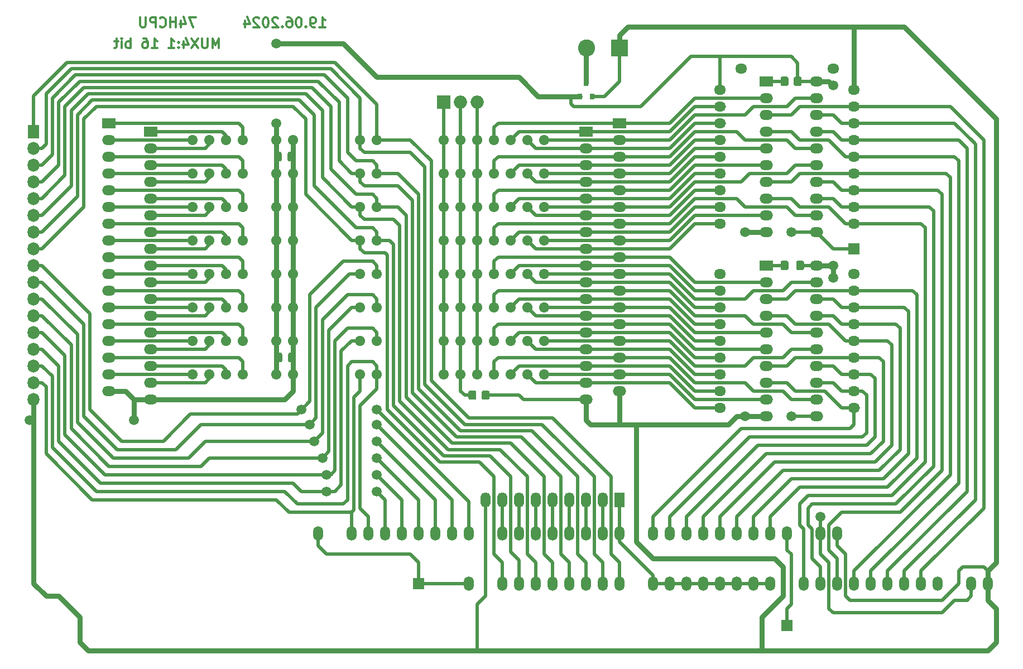
<source format=gbr>
%TF.GenerationSoftware,KiCad,Pcbnew,(5.1.8)-1*%
%TF.CreationDate,2024-06-20T22:43:37+03:00*%
%TF.ProjectId,MUX16bit,4d555831-3662-4697-942e-6b696361645f,rev?*%
%TF.SameCoordinates,Original*%
%TF.FileFunction,Copper,L2,Bot*%
%TF.FilePolarity,Positive*%
%FSLAX46Y46*%
G04 Gerber Fmt 4.6, Leading zero omitted, Abs format (unit mm)*
G04 Created by KiCad (PCBNEW (5.1.8)-1) date 2024-06-20 22:43:37*
%MOMM*%
%LPD*%
G01*
G04 APERTURE LIST*
%TA.AperFunction,NonConductor*%
%ADD10C,0.300000*%
%TD*%
%TA.AperFunction,ComponentPad*%
%ADD11R,1.700000X1.700000*%
%TD*%
%TA.AperFunction,ComponentPad*%
%ADD12O,1.800000X1.500000*%
%TD*%
%TA.AperFunction,ComponentPad*%
%ADD13O,1.600000X1.524000*%
%TD*%
%TA.AperFunction,ComponentPad*%
%ADD14O,1.500000X2.300000*%
%TD*%
%TA.AperFunction,ComponentPad*%
%ADD15R,1.500000X2.300000*%
%TD*%
%TA.AperFunction,ComponentPad*%
%ADD16O,2.000000X1.500000*%
%TD*%
%TA.AperFunction,ComponentPad*%
%ADD17R,2.000000X1.500000*%
%TD*%
%TA.AperFunction,ComponentPad*%
%ADD18O,1.500000X2.200000*%
%TD*%
%TA.AperFunction,SMDPad,CuDef*%
%ADD19R,0.800000X0.900000*%
%TD*%
%TA.AperFunction,ComponentPad*%
%ADD20O,1.800000X2.000000*%
%TD*%
%TA.AperFunction,ComponentPad*%
%ADD21R,1.800000X2.000000*%
%TD*%
%TA.AperFunction,ComponentPad*%
%ADD22C,2.600000*%
%TD*%
%TA.AperFunction,ComponentPad*%
%ADD23R,2.600000X2.600000*%
%TD*%
%TA.AperFunction,ComponentPad*%
%ADD24O,2.000000X2.000000*%
%TD*%
%TA.AperFunction,ComponentPad*%
%ADD25R,2.000000X2.000000*%
%TD*%
%TA.AperFunction,ViaPad*%
%ADD26C,1.500000*%
%TD*%
%TA.AperFunction,Conductor*%
%ADD27C,0.500000*%
%TD*%
%TA.AperFunction,Conductor*%
%ADD28C,0.800000*%
%TD*%
G04 APERTURE END LIST*
D10*
X43381428Y-19093571D02*
X43381428Y-17593571D01*
X42881428Y-18665000D01*
X42381428Y-17593571D01*
X42381428Y-19093571D01*
X41667142Y-17593571D02*
X41667142Y-18807857D01*
X41595714Y-18950714D01*
X41524285Y-19022142D01*
X41381428Y-19093571D01*
X41095714Y-19093571D01*
X40952857Y-19022142D01*
X40881428Y-18950714D01*
X40810000Y-18807857D01*
X40810000Y-17593571D01*
X40238571Y-17593571D02*
X39238571Y-19093571D01*
X39238571Y-17593571D02*
X40238571Y-19093571D01*
X38024285Y-18093571D02*
X38024285Y-19093571D01*
X38381428Y-17522142D02*
X38738571Y-18593571D01*
X37810000Y-18593571D01*
X37238571Y-18950714D02*
X37167142Y-19022142D01*
X37238571Y-19093571D01*
X37310000Y-19022142D01*
X37238571Y-18950714D01*
X37238571Y-19093571D01*
X37238571Y-18165000D02*
X37167142Y-18236428D01*
X37238571Y-18307857D01*
X37310000Y-18236428D01*
X37238571Y-18165000D01*
X37238571Y-18307857D01*
X35738571Y-19093571D02*
X36595714Y-19093571D01*
X36167142Y-19093571D02*
X36167142Y-17593571D01*
X36310000Y-17807857D01*
X36452857Y-17950714D01*
X36595714Y-18022142D01*
X33167142Y-19093571D02*
X34024285Y-19093571D01*
X33595714Y-19093571D02*
X33595714Y-17593571D01*
X33738571Y-17807857D01*
X33881428Y-17950714D01*
X34024285Y-18022142D01*
X31881428Y-17593571D02*
X32167142Y-17593571D01*
X32310000Y-17665000D01*
X32381428Y-17736428D01*
X32524285Y-17950714D01*
X32595714Y-18236428D01*
X32595714Y-18807857D01*
X32524285Y-18950714D01*
X32452857Y-19022142D01*
X32310000Y-19093571D01*
X32024285Y-19093571D01*
X31881428Y-19022142D01*
X31810000Y-18950714D01*
X31738571Y-18807857D01*
X31738571Y-18450714D01*
X31810000Y-18307857D01*
X31881428Y-18236428D01*
X32024285Y-18165000D01*
X32310000Y-18165000D01*
X32452857Y-18236428D01*
X32524285Y-18307857D01*
X32595714Y-18450714D01*
X29952857Y-19093571D02*
X29952857Y-17593571D01*
X29952857Y-18165000D02*
X29810000Y-18093571D01*
X29524285Y-18093571D01*
X29381428Y-18165000D01*
X29310000Y-18236428D01*
X29238571Y-18379285D01*
X29238571Y-18807857D01*
X29310000Y-18950714D01*
X29381428Y-19022142D01*
X29524285Y-19093571D01*
X29810000Y-19093571D01*
X29952857Y-19022142D01*
X28595714Y-19093571D02*
X28595714Y-18093571D01*
X28595714Y-17593571D02*
X28667142Y-17665000D01*
X28595714Y-17736428D01*
X28524285Y-17665000D01*
X28595714Y-17593571D01*
X28595714Y-17736428D01*
X28095714Y-18093571D02*
X27524285Y-18093571D01*
X27881428Y-17593571D02*
X27881428Y-18879285D01*
X27810000Y-19022142D01*
X27667142Y-19093571D01*
X27524285Y-19093571D01*
X39845714Y-14418571D02*
X38845714Y-14418571D01*
X39488571Y-15918571D01*
X37631428Y-14918571D02*
X37631428Y-15918571D01*
X37988571Y-14347142D02*
X38345714Y-15418571D01*
X37417142Y-15418571D01*
X36845714Y-15918571D02*
X36845714Y-14418571D01*
X36845714Y-15132857D02*
X35988571Y-15132857D01*
X35988571Y-15918571D02*
X35988571Y-14418571D01*
X34417142Y-15775714D02*
X34488571Y-15847142D01*
X34702857Y-15918571D01*
X34845714Y-15918571D01*
X35060000Y-15847142D01*
X35202857Y-15704285D01*
X35274285Y-15561428D01*
X35345714Y-15275714D01*
X35345714Y-15061428D01*
X35274285Y-14775714D01*
X35202857Y-14632857D01*
X35060000Y-14490000D01*
X34845714Y-14418571D01*
X34702857Y-14418571D01*
X34488571Y-14490000D01*
X34417142Y-14561428D01*
X33774285Y-15918571D02*
X33774285Y-14418571D01*
X33202857Y-14418571D01*
X33060000Y-14490000D01*
X32988571Y-14561428D01*
X32917142Y-14704285D01*
X32917142Y-14918571D01*
X32988571Y-15061428D01*
X33060000Y-15132857D01*
X33202857Y-15204285D01*
X33774285Y-15204285D01*
X32274285Y-14418571D02*
X32274285Y-15632857D01*
X32202857Y-15775714D01*
X32131428Y-15847142D01*
X31988571Y-15918571D01*
X31702857Y-15918571D01*
X31560000Y-15847142D01*
X31488571Y-15775714D01*
X31417142Y-15632857D01*
X31417142Y-14418571D01*
X58625714Y-15918571D02*
X59482857Y-15918571D01*
X59054285Y-15918571D02*
X59054285Y-14418571D01*
X59197142Y-14632857D01*
X59340000Y-14775714D01*
X59482857Y-14847142D01*
X57911428Y-15918571D02*
X57625714Y-15918571D01*
X57482857Y-15847142D01*
X57411428Y-15775714D01*
X57268571Y-15561428D01*
X57197142Y-15275714D01*
X57197142Y-14704285D01*
X57268571Y-14561428D01*
X57340000Y-14490000D01*
X57482857Y-14418571D01*
X57768571Y-14418571D01*
X57911428Y-14490000D01*
X57982857Y-14561428D01*
X58054285Y-14704285D01*
X58054285Y-15061428D01*
X57982857Y-15204285D01*
X57911428Y-15275714D01*
X57768571Y-15347142D01*
X57482857Y-15347142D01*
X57340000Y-15275714D01*
X57268571Y-15204285D01*
X57197142Y-15061428D01*
X56554285Y-15775714D02*
X56482857Y-15847142D01*
X56554285Y-15918571D01*
X56625714Y-15847142D01*
X56554285Y-15775714D01*
X56554285Y-15918571D01*
X55554285Y-14418571D02*
X55411428Y-14418571D01*
X55268571Y-14490000D01*
X55197142Y-14561428D01*
X55125714Y-14704285D01*
X55054285Y-14990000D01*
X55054285Y-15347142D01*
X55125714Y-15632857D01*
X55197142Y-15775714D01*
X55268571Y-15847142D01*
X55411428Y-15918571D01*
X55554285Y-15918571D01*
X55697142Y-15847142D01*
X55768571Y-15775714D01*
X55840000Y-15632857D01*
X55911428Y-15347142D01*
X55911428Y-14990000D01*
X55840000Y-14704285D01*
X55768571Y-14561428D01*
X55697142Y-14490000D01*
X55554285Y-14418571D01*
X53768571Y-14418571D02*
X54054285Y-14418571D01*
X54197142Y-14490000D01*
X54268571Y-14561428D01*
X54411428Y-14775714D01*
X54482857Y-15061428D01*
X54482857Y-15632857D01*
X54411428Y-15775714D01*
X54340000Y-15847142D01*
X54197142Y-15918571D01*
X53911428Y-15918571D01*
X53768571Y-15847142D01*
X53697142Y-15775714D01*
X53625714Y-15632857D01*
X53625714Y-15275714D01*
X53697142Y-15132857D01*
X53768571Y-15061428D01*
X53911428Y-14990000D01*
X54197142Y-14990000D01*
X54340000Y-15061428D01*
X54411428Y-15132857D01*
X54482857Y-15275714D01*
X52982857Y-15775714D02*
X52911428Y-15847142D01*
X52982857Y-15918571D01*
X53054285Y-15847142D01*
X52982857Y-15775714D01*
X52982857Y-15918571D01*
X52340000Y-14561428D02*
X52268571Y-14490000D01*
X52125714Y-14418571D01*
X51768571Y-14418571D01*
X51625714Y-14490000D01*
X51554285Y-14561428D01*
X51482857Y-14704285D01*
X51482857Y-14847142D01*
X51554285Y-15061428D01*
X52411428Y-15918571D01*
X51482857Y-15918571D01*
X50554285Y-14418571D02*
X50411428Y-14418571D01*
X50268571Y-14490000D01*
X50197142Y-14561428D01*
X50125714Y-14704285D01*
X50054285Y-14990000D01*
X50054285Y-15347142D01*
X50125714Y-15632857D01*
X50197142Y-15775714D01*
X50268571Y-15847142D01*
X50411428Y-15918571D01*
X50554285Y-15918571D01*
X50697142Y-15847142D01*
X50768571Y-15775714D01*
X50840000Y-15632857D01*
X50911428Y-15347142D01*
X50911428Y-14990000D01*
X50840000Y-14704285D01*
X50768571Y-14561428D01*
X50697142Y-14490000D01*
X50554285Y-14418571D01*
X49482857Y-14561428D02*
X49411428Y-14490000D01*
X49268571Y-14418571D01*
X48911428Y-14418571D01*
X48768571Y-14490000D01*
X48697142Y-14561428D01*
X48625714Y-14704285D01*
X48625714Y-14847142D01*
X48697142Y-15061428D01*
X49554285Y-15918571D01*
X48625714Y-15918571D01*
X47340000Y-14918571D02*
X47340000Y-15918571D01*
X47697142Y-14347142D02*
X48054285Y-15418571D01*
X47125714Y-15418571D01*
D11*
%TO.P,J11,1*%
%TO.N,/STEP*%
X139700000Y-49530000D03*
%TD*%
%TO.P,J10,1*%
%TO.N,/+1\u005CCNST*%
X73660000Y-100330000D03*
%TD*%
D12*
%TO.P,U9,38*%
%TO.N,Net-(U9-Pad38)*%
X122555000Y-22225000D03*
%TO.P,U9,37*%
%TO.N,Net-(U9-Pad37)*%
X136525000Y-22225000D03*
%TO.P,U9,36*%
%TO.N,/C0*%
X119380000Y-73660000D03*
%TO.P,U9,35*%
%TO.N,/C1*%
X119380000Y-71120000D03*
%TO.P,U9,34*%
%TO.N,/C2*%
X119380000Y-68580000D03*
%TO.P,U9,33*%
%TO.N,/C3*%
X119380000Y-66040000D03*
%TO.P,U9,32*%
%TO.N,/C4*%
X119380000Y-63500000D03*
%TO.P,U9,31*%
%TO.N,/C5*%
X119380000Y-60960000D03*
%TO.P,U9,30*%
%TO.N,/C6*%
X119380000Y-58420000D03*
%TO.P,U9,29*%
%TO.N,/C7*%
X119380000Y-55880000D03*
%TO.P,U9,28*%
%TO.N,Net-(U9-Pad28)*%
X119380000Y-53340000D03*
%TO.P,U9,27*%
%TO.N,/C8*%
X119380000Y-45720000D03*
%TO.P,U9,26*%
%TO.N,/C9*%
X119380000Y-43180000D03*
%TO.P,U9,25*%
%TO.N,/C10*%
X119380000Y-40640000D03*
%TO.P,U9,24*%
%TO.N,/C11*%
X119380000Y-38100000D03*
%TO.P,U9,23*%
%TO.N,/C12*%
X119380000Y-35560000D03*
%TO.P,U9,22*%
%TO.N,/C13*%
X119380000Y-33020000D03*
%TO.P,U9,21*%
%TO.N,/C14*%
X119380000Y-30480000D03*
%TO.P,U9,20*%
%TO.N,/C15*%
X119380000Y-27940000D03*
%TO.P,U9,19*%
%TO.N,VCC*%
X119380000Y-25400000D03*
%TO.P,U9,18*%
%TO.N,GND*%
X139700000Y-25400000D03*
%TO.P,U9,17*%
%TO.N,/N15*%
X139700000Y-27940000D03*
%TO.P,U9,16*%
%TO.N,/N14*%
X139700000Y-30480000D03*
%TO.P,U9,15*%
%TO.N,/N13*%
X139700000Y-33020000D03*
%TO.P,U9,14*%
%TO.N,/N12*%
X139700000Y-35560000D03*
%TO.P,U9,13*%
%TO.N,/N11*%
X139700000Y-38100000D03*
%TO.P,U9,12*%
%TO.N,/N10*%
X139700000Y-40640000D03*
%TO.P,U9,11*%
%TO.N,/N9*%
X139700000Y-43180000D03*
%TO.P,U9,10*%
%TO.N,/N8*%
X139700000Y-45720000D03*
%TO.P,U9,9*%
%TO.N,Net-(U9-Pad9)*%
X139700000Y-53340000D03*
%TO.P,U9,8*%
%TO.N,/N7*%
X139700000Y-55880000D03*
%TO.P,U9,7*%
%TO.N,/N6*%
X139700000Y-58420000D03*
%TO.P,U9,6*%
%TO.N,/N5*%
X139700000Y-60960000D03*
%TO.P,U9,5*%
%TO.N,/N4*%
X139700000Y-63500000D03*
%TO.P,U9,4*%
%TO.N,/N3*%
X139700000Y-66040000D03*
%TO.P,U9,3*%
%TO.N,/N2*%
X139700000Y-68580000D03*
%TO.P,U9,2*%
%TO.N,/N1*%
X139700000Y-71120000D03*
%TO.P,U9,1*%
%TO.N,/N0*%
X139700000Y-73660000D03*
%TD*%
D13*
%TO.P,U8,15*%
%TO.N,/D14*%
X92710000Y-33020000D03*
%TO.P,U8,14*%
%TO.N,/C14*%
X90170000Y-33020000D03*
%TO.P,U8,13*%
%TO.N,/C15*%
X87630000Y-33020000D03*
%TO.P,U8,12*%
%TO.N,/D15*%
X85090000Y-33020000D03*
%TO.P,U8,11*%
%TO.N,/S1*%
X82550000Y-33020000D03*
%TO.P,U8,10*%
%TO.N,/~E*%
X80010000Y-33020000D03*
%TO.P,U8,9*%
%TO.N,/S0*%
X77470000Y-33020000D03*
%TO.P,U8,8*%
%TO.N,/O15*%
X67310000Y-33020000D03*
%TO.P,U8,7*%
%TO.N,/O14*%
X64770000Y-33020000D03*
%TO.P,U8,6*%
%TO.N,GND*%
X54610000Y-33020000D03*
%TO.P,U8,5*%
%TO.N,VCC*%
X52070000Y-33020000D03*
%TO.P,U8,4*%
%TO.N,/A15*%
X46990000Y-33020000D03*
%TO.P,U8,3*%
%TO.N,/B15*%
X44450000Y-33020000D03*
%TO.P,U8,2*%
%TO.N,/B14*%
X41910000Y-33020000D03*
%TO.P,U8,1*%
%TO.N,/A14*%
X39370000Y-33020000D03*
%TD*%
%TO.P,U7,15*%
%TO.N,/D12*%
X92710000Y-38100000D03*
%TO.P,U7,14*%
%TO.N,/C12*%
X90170000Y-38100000D03*
%TO.P,U7,13*%
%TO.N,/C13*%
X87630000Y-38100000D03*
%TO.P,U7,12*%
%TO.N,/D13*%
X85090000Y-38100000D03*
%TO.P,U7,11*%
%TO.N,/S1*%
X82550000Y-38100000D03*
%TO.P,U7,10*%
%TO.N,/~E*%
X80010000Y-38100000D03*
%TO.P,U7,9*%
%TO.N,/S0*%
X77470000Y-38100000D03*
%TO.P,U7,8*%
%TO.N,/O13*%
X67310000Y-38100000D03*
%TO.P,U7,7*%
%TO.N,/O12*%
X64770000Y-38100000D03*
%TO.P,U7,6*%
%TO.N,GND*%
X54610000Y-38100000D03*
%TO.P,U7,5*%
%TO.N,VCC*%
X52070000Y-38100000D03*
%TO.P,U7,4*%
%TO.N,/A13*%
X46990000Y-38100000D03*
%TO.P,U7,3*%
%TO.N,/B13*%
X44450000Y-38100000D03*
%TO.P,U7,2*%
%TO.N,/B12*%
X41910000Y-38100000D03*
%TO.P,U7,1*%
%TO.N,/A12*%
X39370000Y-38100000D03*
%TD*%
%TO.P,U6,15*%
%TO.N,/D10*%
X92710000Y-43180000D03*
%TO.P,U6,14*%
%TO.N,/C10*%
X90170000Y-43180000D03*
%TO.P,U6,13*%
%TO.N,/C11*%
X87630000Y-43180000D03*
%TO.P,U6,12*%
%TO.N,/D11*%
X85090000Y-43180000D03*
%TO.P,U6,11*%
%TO.N,/S1*%
X82550000Y-43180000D03*
%TO.P,U6,10*%
%TO.N,/~E*%
X80010000Y-43180000D03*
%TO.P,U6,9*%
%TO.N,/S0*%
X77470000Y-43180000D03*
%TO.P,U6,8*%
%TO.N,/O11*%
X67310000Y-43180000D03*
%TO.P,U6,7*%
%TO.N,/O10*%
X64770000Y-43180000D03*
%TO.P,U6,6*%
%TO.N,GND*%
X54610000Y-43180000D03*
%TO.P,U6,5*%
%TO.N,VCC*%
X52070000Y-43180000D03*
%TO.P,U6,4*%
%TO.N,/A11*%
X46990000Y-43180000D03*
%TO.P,U6,3*%
%TO.N,/B11*%
X44450000Y-43180000D03*
%TO.P,U6,2*%
%TO.N,/B10*%
X41910000Y-43180000D03*
%TO.P,U6,1*%
%TO.N,/A10*%
X39370000Y-43180000D03*
%TD*%
%TO.P,U5,15*%
%TO.N,/D8*%
X92710000Y-48260000D03*
%TO.P,U5,14*%
%TO.N,/C8*%
X90170000Y-48260000D03*
%TO.P,U5,13*%
%TO.N,/C9*%
X87630000Y-48260000D03*
%TO.P,U5,12*%
%TO.N,/D9*%
X85090000Y-48260000D03*
%TO.P,U5,11*%
%TO.N,/S1*%
X82550000Y-48260000D03*
%TO.P,U5,10*%
%TO.N,/~E*%
X80010000Y-48260000D03*
%TO.P,U5,9*%
%TO.N,/S0*%
X77470000Y-48260000D03*
%TO.P,U5,8*%
%TO.N,/O9*%
X67310000Y-48260000D03*
%TO.P,U5,7*%
%TO.N,/O8*%
X64770000Y-48260000D03*
%TO.P,U5,6*%
%TO.N,GND*%
X54610000Y-48260000D03*
%TO.P,U5,5*%
%TO.N,VCC*%
X52070000Y-48260000D03*
%TO.P,U5,4*%
%TO.N,/A9*%
X46990000Y-48260000D03*
%TO.P,U5,3*%
%TO.N,/B9*%
X44450000Y-48260000D03*
%TO.P,U5,2*%
%TO.N,/B8*%
X41910000Y-48260000D03*
%TO.P,U5,1*%
%TO.N,/A8*%
X39370000Y-48260000D03*
%TD*%
%TO.P,U4,15*%
%TO.N,/D6*%
X92710000Y-53340000D03*
%TO.P,U4,14*%
%TO.N,/C6*%
X90170000Y-53340000D03*
%TO.P,U4,13*%
%TO.N,/C7*%
X87630000Y-53340000D03*
%TO.P,U4,12*%
%TO.N,/D7*%
X85090000Y-53340000D03*
%TO.P,U4,11*%
%TO.N,/S1*%
X82550000Y-53340000D03*
%TO.P,U4,10*%
%TO.N,/~E*%
X80010000Y-53340000D03*
%TO.P,U4,9*%
%TO.N,/S0*%
X77470000Y-53340000D03*
%TO.P,U4,8*%
%TO.N,/O7*%
X67310000Y-53340000D03*
%TO.P,U4,7*%
%TO.N,/O6*%
X64770000Y-53340000D03*
%TO.P,U4,6*%
%TO.N,GND*%
X54610000Y-53340000D03*
%TO.P,U4,5*%
%TO.N,VCC*%
X52070000Y-53340000D03*
%TO.P,U4,4*%
%TO.N,/A7*%
X46990000Y-53340000D03*
%TO.P,U4,3*%
%TO.N,/B7*%
X44450000Y-53340000D03*
%TO.P,U4,2*%
%TO.N,/B6*%
X41910000Y-53340000D03*
%TO.P,U4,1*%
%TO.N,/A6*%
X39370000Y-53340000D03*
%TD*%
%TO.P,U3,15*%
%TO.N,/D4*%
X92710000Y-58420000D03*
%TO.P,U3,14*%
%TO.N,/C4*%
X90170000Y-58420000D03*
%TO.P,U3,13*%
%TO.N,/C5*%
X87630000Y-58420000D03*
%TO.P,U3,12*%
%TO.N,/D5*%
X85090000Y-58420000D03*
%TO.P,U3,11*%
%TO.N,/S1*%
X82550000Y-58420000D03*
%TO.P,U3,10*%
%TO.N,/~E*%
X80010000Y-58420000D03*
%TO.P,U3,9*%
%TO.N,/S0*%
X77470000Y-58420000D03*
%TO.P,U3,8*%
%TO.N,/O5*%
X67310000Y-58420000D03*
%TO.P,U3,7*%
%TO.N,/O4*%
X64770000Y-58420000D03*
%TO.P,U3,6*%
%TO.N,GND*%
X54610000Y-58420000D03*
%TO.P,U3,5*%
%TO.N,VCC*%
X52070000Y-58420000D03*
%TO.P,U3,4*%
%TO.N,/A5*%
X46990000Y-58420000D03*
%TO.P,U3,3*%
%TO.N,/B5*%
X44450000Y-58420000D03*
%TO.P,U3,2*%
%TO.N,/B4*%
X41910000Y-58420000D03*
%TO.P,U3,1*%
%TO.N,/A4*%
X39370000Y-58420000D03*
%TD*%
%TO.P,U2,15*%
%TO.N,/D2*%
X92710000Y-63500000D03*
%TO.P,U2,14*%
%TO.N,/C2*%
X90170000Y-63500000D03*
%TO.P,U2,13*%
%TO.N,/C3*%
X87630000Y-63500000D03*
%TO.P,U2,12*%
%TO.N,/D3*%
X85090000Y-63500000D03*
%TO.P,U2,11*%
%TO.N,/S1*%
X82550000Y-63500000D03*
%TO.P,U2,10*%
%TO.N,/~E*%
X80010000Y-63500000D03*
%TO.P,U2,9*%
%TO.N,/S0*%
X77470000Y-63500000D03*
%TO.P,U2,8*%
%TO.N,/O3*%
X67310000Y-63500000D03*
%TO.P,U2,7*%
%TO.N,/O2*%
X64770000Y-63500000D03*
%TO.P,U2,6*%
%TO.N,GND*%
X54610000Y-63500000D03*
%TO.P,U2,5*%
%TO.N,VCC*%
X52070000Y-63500000D03*
%TO.P,U2,4*%
%TO.N,/A3*%
X46990000Y-63500000D03*
%TO.P,U2,3*%
%TO.N,/B3*%
X44450000Y-63500000D03*
%TO.P,U2,2*%
%TO.N,/B2*%
X41910000Y-63500000D03*
%TO.P,U2,1*%
%TO.N,/A2*%
X39370000Y-63500000D03*
%TD*%
%TO.P,U1,15*%
%TO.N,/D0*%
X92710000Y-68580000D03*
%TO.P,U1,14*%
%TO.N,/C0*%
X90170000Y-68580000D03*
%TO.P,U1,13*%
%TO.N,/C1*%
X87630000Y-68580000D03*
%TO.P,U1,12*%
%TO.N,/D1*%
X85090000Y-68580000D03*
%TO.P,U1,11*%
%TO.N,/S1*%
X82550000Y-68580000D03*
%TO.P,U1,10*%
%TO.N,/~E*%
X80010000Y-68580000D03*
%TO.P,U1,9*%
%TO.N,/S0*%
X77470000Y-68580000D03*
%TO.P,U1,8*%
%TO.N,/O1*%
X67310000Y-68580000D03*
%TO.P,U1,7*%
%TO.N,/O0*%
X64770000Y-68580000D03*
%TO.P,U1,6*%
%TO.N,GND*%
X54610000Y-68580000D03*
%TO.P,U1,5*%
%TO.N,VCC*%
X52070000Y-68580000D03*
%TO.P,U1,4*%
%TO.N,/A1*%
X46990000Y-68580000D03*
%TO.P,U1,3*%
%TO.N,/B1*%
X44450000Y-68580000D03*
%TO.P,U1,2*%
%TO.N,/B0*%
X41910000Y-68580000D03*
%TO.P,U1,1*%
%TO.N,/A0*%
X39370000Y-68580000D03*
%TD*%
D14*
%TO.P,J9,9*%
%TO.N,GND*%
X83820000Y-87630000D03*
%TO.P,J9,8*%
%TO.N,/CNST0*%
X86360000Y-87630000D03*
%TO.P,J9,7*%
%TO.N,/CNST1*%
X88900000Y-87630000D03*
%TO.P,J9,6*%
%TO.N,/CNST2*%
X91440000Y-87630000D03*
%TO.P,J9,5*%
%TO.N,/CNST3*%
X93980000Y-87630000D03*
%TO.P,J9,4*%
%TO.N,/CNST4*%
X96520000Y-87630000D03*
%TO.P,J9,3*%
%TO.N,/CNST5*%
X99060000Y-87630000D03*
%TO.P,J9,2*%
%TO.N,/CNST6*%
X101600000Y-87630000D03*
D15*
%TO.P,J9,1*%
%TO.N,/CNST7*%
X104140000Y-87630000D03*
%TD*%
D16*
%TO.P,U14,20*%
%TO.N,VCC*%
X133985000Y-24130000D03*
%TO.P,U14,10*%
%TO.N,GND*%
X126365000Y-46990000D03*
%TO.P,U14,19*%
%TO.N,/D14*%
X133985000Y-26670000D03*
%TO.P,U14,9*%
%TO.N,/D8*%
X126365000Y-44450000D03*
%TO.P,U14,18*%
%TO.N,/N14*%
X133985000Y-29210000D03*
%TO.P,U14,8*%
%TO.N,/N8*%
X126365000Y-41910000D03*
%TO.P,U14,17*%
%TO.N,/N13*%
X133985000Y-31750000D03*
%TO.P,U14,7*%
%TO.N,/N11*%
X126365000Y-39370000D03*
%TO.P,U14,16*%
%TO.N,/D13*%
X133985000Y-34290000D03*
%TO.P,U14,6*%
%TO.N,/D11*%
X126365000Y-36830000D03*
%TO.P,U14,15*%
%TO.N,/D10*%
X133985000Y-36830000D03*
%TO.P,U14,5*%
%TO.N,/D12*%
X126365000Y-34290000D03*
%TO.P,U14,14*%
%TO.N,/N10*%
X133985000Y-39370000D03*
%TO.P,U14,4*%
%TO.N,/N12*%
X126365000Y-31750000D03*
%TO.P,U14,13*%
%TO.N,/N9*%
X133985000Y-41910000D03*
%TO.P,U14,3*%
%TO.N,/N15*%
X126365000Y-29210000D03*
%TO.P,U14,12*%
%TO.N,/D9*%
X133985000Y-44450000D03*
%TO.P,U14,2*%
%TO.N,/D15*%
X126365000Y-26670000D03*
%TO.P,U14,11*%
%TO.N,/STEP*%
X133985000Y-46990000D03*
D17*
%TO.P,U14,1*%
%TO.N,Net-(R2-Pad1)*%
X126365000Y-24130000D03*
%TD*%
D16*
%TO.P,U13,20*%
%TO.N,VCC*%
X133985000Y-52070000D03*
%TO.P,U13,10*%
%TO.N,GND*%
X126365000Y-74930000D03*
%TO.P,U13,19*%
%TO.N,/D6*%
X133985000Y-54610000D03*
%TO.P,U13,9*%
%TO.N,/D0*%
X126365000Y-72390000D03*
%TO.P,U13,18*%
%TO.N,/N6*%
X133985000Y-57150000D03*
%TO.P,U13,8*%
%TO.N,/N0*%
X126365000Y-69850000D03*
%TO.P,U13,17*%
%TO.N,/N5*%
X133985000Y-59690000D03*
%TO.P,U13,7*%
%TO.N,/N3*%
X126365000Y-67310000D03*
%TO.P,U13,16*%
%TO.N,/D5*%
X133985000Y-62230000D03*
%TO.P,U13,6*%
%TO.N,/D3*%
X126365000Y-64770000D03*
%TO.P,U13,15*%
%TO.N,/D2*%
X133985000Y-64770000D03*
%TO.P,U13,5*%
%TO.N,/D4*%
X126365000Y-62230000D03*
%TO.P,U13,14*%
%TO.N,/N2*%
X133985000Y-67310000D03*
%TO.P,U13,4*%
%TO.N,/N4*%
X126365000Y-59690000D03*
%TO.P,U13,13*%
%TO.N,/N1*%
X133985000Y-69850000D03*
%TO.P,U13,3*%
%TO.N,/N7*%
X126365000Y-57150000D03*
%TO.P,U13,12*%
%TO.N,/D1*%
X133985000Y-72390000D03*
%TO.P,U13,2*%
%TO.N,/D7*%
X126365000Y-54610000D03*
%TO.P,U13,11*%
%TO.N,/STEP*%
X133985000Y-74930000D03*
D17*
%TO.P,U13,1*%
%TO.N,Net-(R1-Pad1)*%
X126365000Y-52070000D03*
%TD*%
D18*
%TO.P,U12,28*%
%TO.N,GND*%
X160020000Y-100330000D03*
%TO.P,U12,27*%
%TO.N,VCC*%
X157480000Y-100330000D03*
%TO.P,U12,26*%
%TO.N,Net-(U12-Pad26)*%
X152400000Y-100330000D03*
%TO.P,U12,25*%
%TO.N,/N15*%
X149860000Y-100330000D03*
%TO.P,U12,24*%
%TO.N,/N14*%
X147320000Y-100330000D03*
%TO.P,U12,23*%
%TO.N,/N13*%
X144780000Y-100330000D03*
%TO.P,U12,22*%
%TO.N,/N12*%
X142240000Y-100330000D03*
%TO.P,U12,21*%
%TO.N,/N11*%
X139700000Y-100330000D03*
%TO.P,U12,20*%
%TO.N,/N10*%
X137160000Y-100330000D03*
%TO.P,U12,19*%
%TO.N,/N9*%
X134620000Y-100330000D03*
%TO.P,U12,18*%
%TO.N,/N8*%
X132080000Y-100330000D03*
%TO.P,U12,17*%
%TO.N,/CNST7*%
X127000000Y-100330000D03*
%TO.P,U12,16*%
X124460000Y-100330000D03*
%TO.P,U12,15*%
X121920000Y-100330000D03*
%TO.P,U12,14*%
X119380000Y-100330000D03*
%TO.P,U12,13*%
X116840000Y-100330000D03*
%TO.P,U12,12*%
X114300000Y-100330000D03*
%TO.P,U12,11*%
X111760000Y-100330000D03*
%TO.P,U12,10*%
X109220000Y-100330000D03*
%TO.P,U12,9*%
%TO.N,/O15*%
X104140000Y-100330000D03*
%TO.P,U12,8*%
%TO.N,/O14*%
X101600000Y-100330000D03*
%TO.P,U12,7*%
%TO.N,/O13*%
X99060000Y-100330000D03*
%TO.P,U12,6*%
%TO.N,/O12*%
X96520000Y-100330000D03*
%TO.P,U12,5*%
%TO.N,/O11*%
X93980000Y-100330000D03*
%TO.P,U12,4*%
%TO.N,/O10*%
X91440000Y-100330000D03*
%TO.P,U12,3*%
%TO.N,/O9*%
X88900000Y-100330000D03*
%TO.P,U12,2*%
%TO.N,/O8*%
X86360000Y-100330000D03*
%TO.P,U12,1*%
%TO.N,/+1\u005CCNST*%
X81280000Y-100330000D03*
%TD*%
%TO.P,U11,28*%
%TO.N,GND*%
X137160000Y-92710000D03*
%TO.P,U11,27*%
%TO.N,VCC*%
X134620000Y-92710000D03*
%TO.P,U11,26*%
%TO.N,Net-(J6-Pad1)*%
X129540000Y-92710000D03*
%TO.P,U11,25*%
%TO.N,/N7*%
X127000000Y-92710000D03*
%TO.P,U11,24*%
%TO.N,/N6*%
X124460000Y-92710000D03*
%TO.P,U11,23*%
%TO.N,/N5*%
X121920000Y-92710000D03*
%TO.P,U11,22*%
%TO.N,/N4*%
X119380000Y-92710000D03*
%TO.P,U11,21*%
%TO.N,/N3*%
X116840000Y-92710000D03*
%TO.P,U11,20*%
%TO.N,/N2*%
X114300000Y-92710000D03*
%TO.P,U11,19*%
%TO.N,/N1*%
X111760000Y-92710000D03*
%TO.P,U11,18*%
%TO.N,/N0*%
X109220000Y-92710000D03*
%TO.P,U11,17*%
%TO.N,/CNST7*%
X104140000Y-92710000D03*
%TO.P,U11,16*%
%TO.N,/CNST6*%
X101600000Y-92710000D03*
%TO.P,U11,15*%
%TO.N,/CNST5*%
X99060000Y-92710000D03*
%TO.P,U11,14*%
%TO.N,/CNST4*%
X96520000Y-92710000D03*
%TO.P,U11,13*%
%TO.N,/CNST3*%
X93980000Y-92710000D03*
%TO.P,U11,12*%
%TO.N,/CNST2*%
X91440000Y-92710000D03*
%TO.P,U11,11*%
%TO.N,/CNST1*%
X88900000Y-92710000D03*
%TO.P,U11,10*%
%TO.N,/CNST0*%
X86360000Y-92710000D03*
%TO.P,U11,9*%
%TO.N,/O7*%
X81280000Y-92710000D03*
%TO.P,U11,8*%
%TO.N,/O6*%
X78740000Y-92710000D03*
%TO.P,U11,7*%
%TO.N,/O5*%
X76200000Y-92710000D03*
%TO.P,U11,6*%
%TO.N,/O4*%
X73660000Y-92710000D03*
%TO.P,U11,5*%
%TO.N,/O3*%
X71120000Y-92710000D03*
%TO.P,U11,4*%
%TO.N,/O2*%
X68580000Y-92710000D03*
%TO.P,U11,3*%
%TO.N,/O1*%
X66040000Y-92710000D03*
%TO.P,U11,2*%
%TO.N,/O0*%
X63500000Y-92710000D03*
%TO.P,U11,1*%
%TO.N,/+1\u005CCNST*%
X58420000Y-92710000D03*
%TD*%
D19*
%TO.P,Q1,3*%
%TO.N,Net-(J8-Pad2)*%
X99060000Y-24400000D03*
%TO.P,Q1,2*%
%TO.N,VCC*%
X98110000Y-26400000D03*
%TO.P,Q1,1*%
%TO.N,GND*%
X100010000Y-26400000D03*
%TD*%
%TO.P,C2,2*%
%TO.N,GND*%
%TA.AperFunction,SMDPad,CuDef*%
G36*
G01*
X53875000Y-66515000D02*
X53875000Y-65565000D01*
G75*
G02*
X54125000Y-65315000I250000J0D01*
G01*
X54800000Y-65315000D01*
G75*
G02*
X55050000Y-65565000I0J-250000D01*
G01*
X55050000Y-66515000D01*
G75*
G02*
X54800000Y-66765000I-250000J0D01*
G01*
X54125000Y-66765000D01*
G75*
G02*
X53875000Y-66515000I0J250000D01*
G01*
G37*
%TD.AperFunction*%
%TO.P,C2,1*%
%TO.N,VCC*%
%TA.AperFunction,SMDPad,CuDef*%
G36*
G01*
X51800000Y-66515000D02*
X51800000Y-65565000D01*
G75*
G02*
X52050000Y-65315000I250000J0D01*
G01*
X52725000Y-65315000D01*
G75*
G02*
X52975000Y-65565000I0J-250000D01*
G01*
X52975000Y-66515000D01*
G75*
G02*
X52725000Y-66765000I-250000J0D01*
G01*
X52050000Y-66765000D01*
G75*
G02*
X51800000Y-66515000I0J250000D01*
G01*
G37*
%TD.AperFunction*%
%TD*%
%TO.P,C1,2*%
%TO.N,GND*%
%TA.AperFunction,SMDPad,CuDef*%
G36*
G01*
X53790000Y-36035000D02*
X53790000Y-35085000D01*
G75*
G02*
X54040000Y-34835000I250000J0D01*
G01*
X54715000Y-34835000D01*
G75*
G02*
X54965000Y-35085000I0J-250000D01*
G01*
X54965000Y-36035000D01*
G75*
G02*
X54715000Y-36285000I-250000J0D01*
G01*
X54040000Y-36285000D01*
G75*
G02*
X53790000Y-36035000I0J250000D01*
G01*
G37*
%TD.AperFunction*%
%TO.P,C1,1*%
%TO.N,VCC*%
%TA.AperFunction,SMDPad,CuDef*%
G36*
G01*
X51715000Y-36035000D02*
X51715000Y-35085000D01*
G75*
G02*
X51965000Y-34835000I250000J0D01*
G01*
X52640000Y-34835000D01*
G75*
G02*
X52890000Y-35085000I0J-250000D01*
G01*
X52890000Y-36035000D01*
G75*
G02*
X52640000Y-36285000I-250000J0D01*
G01*
X51965000Y-36285000D01*
G75*
G02*
X51715000Y-36035000I0J250000D01*
G01*
G37*
%TD.AperFunction*%
%TD*%
D20*
%TO.P,J5,17*%
%TO.N,GND*%
X15240000Y-72390000D03*
%TO.P,J5,16*%
%TO.N,/O0*%
X15240000Y-69850000D03*
%TO.P,J5,15*%
%TO.N,/O1*%
X15240000Y-67310000D03*
%TO.P,J5,14*%
%TO.N,/O2*%
X15240000Y-64770000D03*
%TO.P,J5,13*%
%TO.N,/O3*%
X15240000Y-62230000D03*
%TO.P,J5,12*%
%TO.N,/O4*%
X15240000Y-59690000D03*
%TO.P,J5,11*%
%TO.N,/O5*%
X15240000Y-57150000D03*
%TO.P,J5,10*%
%TO.N,/O6*%
X15240000Y-54610000D03*
%TO.P,J5,9*%
%TO.N,/O7*%
X15240000Y-52070000D03*
%TO.P,J5,8*%
%TO.N,/O8*%
X15240000Y-49530000D03*
%TO.P,J5,7*%
%TO.N,/O9*%
X15240000Y-46990000D03*
%TO.P,J5,6*%
%TO.N,/O10*%
X15240000Y-44450000D03*
%TO.P,J5,5*%
%TO.N,/O11*%
X15240000Y-41910000D03*
%TO.P,J5,4*%
%TO.N,/O12*%
X15240000Y-39370000D03*
%TO.P,J5,3*%
%TO.N,/O13*%
X15240000Y-36830000D03*
%TO.P,J5,2*%
%TO.N,/O14*%
X15240000Y-34290000D03*
D21*
%TO.P,J5,1*%
%TO.N,/O15*%
X15240000Y-31750000D03*
%TD*%
D16*
%TO.P,J4,17*%
%TO.N,GND*%
X104140000Y-71120000D03*
%TO.P,J4,16*%
%TO.N,/D0*%
X104140000Y-68580000D03*
%TO.P,J4,15*%
%TO.N,/D1*%
X104140000Y-66040000D03*
%TO.P,J4,14*%
%TO.N,/D2*%
X104140000Y-63500000D03*
%TO.P,J4,13*%
%TO.N,/D3*%
X104140000Y-60960000D03*
%TO.P,J4,12*%
%TO.N,/D4*%
X104140000Y-58420000D03*
%TO.P,J4,11*%
%TO.N,/D5*%
X104140000Y-55880000D03*
%TO.P,J4,10*%
%TO.N,/D6*%
X104140000Y-53340000D03*
%TO.P,J4,9*%
%TO.N,/D7*%
X104140000Y-50800000D03*
%TO.P,J4,8*%
%TO.N,/D8*%
X104140000Y-48260000D03*
%TO.P,J4,7*%
%TO.N,/D9*%
X104140000Y-45720000D03*
%TO.P,J4,6*%
%TO.N,/D10*%
X104140000Y-43180000D03*
%TO.P,J4,5*%
%TO.N,/D11*%
X104140000Y-40640000D03*
%TO.P,J4,4*%
%TO.N,/D12*%
X104140000Y-38100000D03*
%TO.P,J4,3*%
%TO.N,/D13*%
X104140000Y-35560000D03*
%TO.P,J4,2*%
%TO.N,/D14*%
X104140000Y-33020000D03*
D17*
%TO.P,J4,1*%
%TO.N,/D15*%
X104140000Y-30480000D03*
%TD*%
D16*
%TO.P,J3,17*%
%TO.N,GND*%
X99060000Y-72390000D03*
%TO.P,J3,16*%
%TO.N,/C0*%
X99060000Y-69850000D03*
%TO.P,J3,15*%
%TO.N,/C1*%
X99060000Y-67310000D03*
%TO.P,J3,14*%
%TO.N,/C2*%
X99060000Y-64770000D03*
%TO.P,J3,13*%
%TO.N,/C3*%
X99060000Y-62230000D03*
%TO.P,J3,12*%
%TO.N,/C4*%
X99060000Y-59690000D03*
%TO.P,J3,11*%
%TO.N,/C5*%
X99060000Y-57150000D03*
%TO.P,J3,10*%
%TO.N,/C6*%
X99060000Y-54610000D03*
%TO.P,J3,9*%
%TO.N,/C7*%
X99060000Y-52070000D03*
%TO.P,J3,8*%
%TO.N,/C8*%
X99060000Y-49530000D03*
%TO.P,J3,7*%
%TO.N,/C9*%
X99060000Y-46990000D03*
%TO.P,J3,6*%
%TO.N,/C10*%
X99060000Y-44450000D03*
%TO.P,J3,5*%
%TO.N,/C11*%
X99060000Y-41910000D03*
%TO.P,J3,4*%
%TO.N,/C12*%
X99060000Y-39370000D03*
%TO.P,J3,3*%
%TO.N,/C13*%
X99060000Y-36830000D03*
%TO.P,J3,2*%
%TO.N,/C14*%
X99060000Y-34290000D03*
D17*
%TO.P,J3,1*%
%TO.N,/C15*%
X99060000Y-31750000D03*
%TD*%
D16*
%TO.P,J2,17*%
%TO.N,GND*%
X33020000Y-72390000D03*
%TO.P,J2,16*%
%TO.N,/B0*%
X33020000Y-69850000D03*
%TO.P,J2,15*%
%TO.N,/B1*%
X33020000Y-67310000D03*
%TO.P,J2,14*%
%TO.N,/B2*%
X33020000Y-64770000D03*
%TO.P,J2,13*%
%TO.N,/B3*%
X33020000Y-62230000D03*
%TO.P,J2,12*%
%TO.N,/B4*%
X33020000Y-59690000D03*
%TO.P,J2,11*%
%TO.N,/B5*%
X33020000Y-57150000D03*
%TO.P,J2,10*%
%TO.N,/B6*%
X33020000Y-54610000D03*
%TO.P,J2,9*%
%TO.N,/B7*%
X33020000Y-52070000D03*
%TO.P,J2,8*%
%TO.N,/B8*%
X33020000Y-49530000D03*
%TO.P,J2,7*%
%TO.N,/B9*%
X33020000Y-46990000D03*
%TO.P,J2,6*%
%TO.N,/B10*%
X33020000Y-44450000D03*
%TO.P,J2,5*%
%TO.N,/B11*%
X33020000Y-41910000D03*
%TO.P,J2,4*%
%TO.N,/B12*%
X33020000Y-39370000D03*
%TO.P,J2,3*%
%TO.N,/B13*%
X33020000Y-36830000D03*
%TO.P,J2,2*%
%TO.N,/B14*%
X33020000Y-34290000D03*
D17*
%TO.P,J2,1*%
%TO.N,/B15*%
X33020000Y-31750000D03*
%TD*%
D16*
%TO.P,J1,17*%
%TO.N,GND*%
X26670000Y-71120000D03*
%TO.P,J1,16*%
%TO.N,/A0*%
X26670000Y-68580000D03*
%TO.P,J1,15*%
%TO.N,/A1*%
X26670000Y-66040000D03*
%TO.P,J1,14*%
%TO.N,/A2*%
X26670000Y-63500000D03*
%TO.P,J1,13*%
%TO.N,/A3*%
X26670000Y-60960000D03*
%TO.P,J1,12*%
%TO.N,/A4*%
X26670000Y-58420000D03*
%TO.P,J1,11*%
%TO.N,/A5*%
X26670000Y-55880000D03*
%TO.P,J1,10*%
%TO.N,/A6*%
X26670000Y-53340000D03*
%TO.P,J1,9*%
%TO.N,/A7*%
X26670000Y-50800000D03*
%TO.P,J1,8*%
%TO.N,/A8*%
X26670000Y-48260000D03*
%TO.P,J1,7*%
%TO.N,/A9*%
X26670000Y-45720000D03*
%TO.P,J1,6*%
%TO.N,/A10*%
X26670000Y-43180000D03*
%TO.P,J1,5*%
%TO.N,/A11*%
X26670000Y-40640000D03*
%TO.P,J1,4*%
%TO.N,/A12*%
X26670000Y-38100000D03*
%TO.P,J1,3*%
%TO.N,/A13*%
X26670000Y-35560000D03*
%TO.P,J1,2*%
%TO.N,/A14*%
X26670000Y-33020000D03*
D17*
%TO.P,J1,1*%
%TO.N,/A15*%
X26670000Y-30480000D03*
%TD*%
%TO.P,R3,2*%
%TO.N,/~E*%
%TA.AperFunction,SMDPad,CuDef*%
G36*
G01*
X82420000Y-71304999D02*
X82420000Y-72205001D01*
G75*
G02*
X82170001Y-72455000I-249999J0D01*
G01*
X81469999Y-72455000D01*
G75*
G02*
X81220000Y-72205001I0J249999D01*
G01*
X81220000Y-71304999D01*
G75*
G02*
X81469999Y-71055000I249999J0D01*
G01*
X82170001Y-71055000D01*
G75*
G02*
X82420000Y-71304999I0J-249999D01*
G01*
G37*
%TD.AperFunction*%
%TO.P,R3,1*%
%TO.N,GND*%
%TA.AperFunction,SMDPad,CuDef*%
G36*
G01*
X84420000Y-71304999D02*
X84420000Y-72205001D01*
G75*
G02*
X84170001Y-72455000I-249999J0D01*
G01*
X83469999Y-72455000D01*
G75*
G02*
X83220000Y-72205001I0J249999D01*
G01*
X83220000Y-71304999D01*
G75*
G02*
X83469999Y-71055000I249999J0D01*
G01*
X84170001Y-71055000D01*
G75*
G02*
X84420000Y-71304999I0J-249999D01*
G01*
G37*
%TD.AperFunction*%
%TD*%
%TO.P,R2,2*%
%TO.N,VCC*%
%TA.AperFunction,SMDPad,CuDef*%
G36*
G01*
X130575000Y-24580001D02*
X130575000Y-23679999D01*
G75*
G02*
X130824999Y-23430000I249999J0D01*
G01*
X131525001Y-23430000D01*
G75*
G02*
X131775000Y-23679999I0J-249999D01*
G01*
X131775000Y-24580001D01*
G75*
G02*
X131525001Y-24830000I-249999J0D01*
G01*
X130824999Y-24830000D01*
G75*
G02*
X130575000Y-24580001I0J249999D01*
G01*
G37*
%TD.AperFunction*%
%TO.P,R2,1*%
%TO.N,Net-(R2-Pad1)*%
%TA.AperFunction,SMDPad,CuDef*%
G36*
G01*
X128575000Y-24580001D02*
X128575000Y-23679999D01*
G75*
G02*
X128824999Y-23430000I249999J0D01*
G01*
X129525001Y-23430000D01*
G75*
G02*
X129775000Y-23679999I0J-249999D01*
G01*
X129775000Y-24580001D01*
G75*
G02*
X129525001Y-24830000I-249999J0D01*
G01*
X128824999Y-24830000D01*
G75*
G02*
X128575000Y-24580001I0J249999D01*
G01*
G37*
%TD.AperFunction*%
%TD*%
%TO.P,R1,2*%
%TO.N,VCC*%
%TA.AperFunction,SMDPad,CuDef*%
G36*
G01*
X130940000Y-52520001D02*
X130940000Y-51619999D01*
G75*
G02*
X131189999Y-51370000I249999J0D01*
G01*
X131890001Y-51370000D01*
G75*
G02*
X132140000Y-51619999I0J-249999D01*
G01*
X132140000Y-52520001D01*
G75*
G02*
X131890001Y-52770000I-249999J0D01*
G01*
X131189999Y-52770000D01*
G75*
G02*
X130940000Y-52520001I0J249999D01*
G01*
G37*
%TD.AperFunction*%
%TO.P,R1,1*%
%TO.N,Net-(R1-Pad1)*%
%TA.AperFunction,SMDPad,CuDef*%
G36*
G01*
X128575000Y-52520400D02*
X128575000Y-51619600D01*
G75*
G02*
X128824600Y-51370000I249600J0D01*
G01*
X129525400Y-51370000D01*
G75*
G02*
X129775000Y-51619600I0J-249600D01*
G01*
X129775000Y-52520400D01*
G75*
G02*
X129525400Y-52770000I-249600J0D01*
G01*
X128824600Y-52770000D01*
G75*
G02*
X128575000Y-52520400I0J249600D01*
G01*
G37*
%TD.AperFunction*%
%TD*%
D22*
%TO.P,J8,2*%
%TO.N,Net-(J8-Pad2)*%
X99140000Y-19050000D03*
D23*
%TO.P,J8,1*%
%TO.N,GND*%
X104140000Y-19050000D03*
%TD*%
D24*
%TO.P,J7,3*%
%TO.N,/S1*%
X82550000Y-27305000D03*
%TO.P,J7,2*%
%TO.N,/~E*%
X80010000Y-27305000D03*
D25*
%TO.P,J7,1*%
%TO.N,/S0*%
X77470000Y-27305000D03*
%TD*%
D11*
%TO.P,J6,1*%
%TO.N,Net-(J6-Pad1)*%
X129540000Y-106680000D03*
%TD*%
D26*
%TO.N,GND*%
X30480000Y-75565000D03*
X14605000Y-75565000D03*
X123190000Y-46990000D03*
X123190000Y-74930000D03*
%TO.N,VCC*%
X52070000Y-18415000D03*
X52070000Y-30480000D03*
X136525000Y-24765000D03*
X136525000Y-52070000D03*
X134620000Y-90170000D03*
X136525000Y-53975000D03*
%TO.N,/O2*%
X67310000Y-86360000D03*
X59690000Y-86360000D03*
%TO.N,/O3*%
X59690000Y-83820000D03*
X67310000Y-83820000D03*
%TO.N,/O5*%
X57785000Y-78740000D03*
X67310000Y-78740000D03*
%TO.N,/O4*%
X67310000Y-81280000D03*
X59055000Y-81280000D03*
%TO.N,/O6*%
X67310000Y-76200000D03*
X57150000Y-76200000D03*
%TO.N,/O7*%
X67310000Y-73977500D03*
X55880000Y-73977500D03*
%TO.N,/STEP*%
X130175000Y-46990000D03*
X130175000Y-74930000D03*
%TD*%
D27*
%TO.N,/A15*%
X46990000Y-31115000D02*
X46990000Y-33020000D01*
X46355000Y-30480000D02*
X46990000Y-31115000D01*
X26670000Y-30480000D02*
X31115000Y-30480000D01*
X31115000Y-30480000D02*
X46355000Y-30480000D01*
X30480000Y-30480000D02*
X31115000Y-30480000D01*
%TO.N,/A14*%
X39370000Y-33020000D02*
X30480000Y-33020000D01*
X26670000Y-33020000D02*
X30480000Y-33020000D01*
%TO.N,/A13*%
X46990000Y-36195000D02*
X46990000Y-38100000D01*
X46355000Y-35560000D02*
X46990000Y-36195000D01*
X26670000Y-35560000D02*
X46355000Y-35560000D01*
%TO.N,/A12*%
X39370000Y-38100000D02*
X30480000Y-38100000D01*
X26670000Y-38100000D02*
X30480000Y-38100000D01*
%TO.N,/A11*%
X46990000Y-41275000D02*
X46990000Y-43180000D01*
X46355000Y-40640000D02*
X46990000Y-41275000D01*
X26670000Y-40640000D02*
X46355000Y-40640000D01*
%TO.N,/A10*%
X39370000Y-43180000D02*
X30480000Y-43180000D01*
X26670000Y-43180000D02*
X30480000Y-43180000D01*
%TO.N,/A9*%
X46990000Y-46355000D02*
X46990000Y-48260000D01*
X46355000Y-45720000D02*
X46990000Y-46355000D01*
X26670000Y-45720000D02*
X46355000Y-45720000D01*
%TO.N,/A8*%
X39370000Y-48260000D02*
X30480000Y-48260000D01*
X26670000Y-48260000D02*
X30480000Y-48260000D01*
%TO.N,/A7*%
X46355000Y-50800000D02*
X46990000Y-51435000D01*
X46990000Y-51435000D02*
X46990000Y-53340000D01*
X26670000Y-50800000D02*
X46355000Y-50800000D01*
%TO.N,/A6*%
X39370000Y-53340000D02*
X30480000Y-53340000D01*
X26670000Y-53340000D02*
X30480000Y-53340000D01*
%TO.N,/A5*%
X46990000Y-56515000D02*
X46990000Y-58420000D01*
X46355000Y-55880000D02*
X46990000Y-56515000D01*
X26670000Y-55880000D02*
X46355000Y-55880000D01*
%TO.N,/A4*%
X30480000Y-58420000D02*
X31115000Y-58420000D01*
X39370000Y-58420000D02*
X31115000Y-58420000D01*
X26670000Y-58420000D02*
X30480000Y-58420000D01*
%TO.N,/A3*%
X46990000Y-61595000D02*
X46990000Y-63500000D01*
X46355000Y-60960000D02*
X46990000Y-61595000D01*
X26670000Y-60960000D02*
X46355000Y-60960000D01*
%TO.N,/A2*%
X39370000Y-63500000D02*
X30480000Y-63500000D01*
X26670000Y-63500000D02*
X30480000Y-63500000D01*
%TO.N,/A1*%
X46990000Y-66675000D02*
X46990000Y-68580000D01*
X46355000Y-66040000D02*
X46990000Y-66675000D01*
X26670000Y-66040000D02*
X46355000Y-66040000D01*
%TO.N,/A0*%
X39370000Y-68580000D02*
X30480000Y-68580000D01*
X26670000Y-68580000D02*
X30480000Y-68580000D01*
%TO.N,/B0*%
X33020000Y-69850000D02*
X41275000Y-69850000D01*
X41910000Y-69215000D02*
X41910000Y-68580000D01*
X41275000Y-69850000D02*
X41910000Y-69215000D01*
%TO.N,/B1*%
X33020000Y-67310000D02*
X43815000Y-67310000D01*
X44450000Y-67945000D02*
X44450000Y-68580000D01*
X43815000Y-67310000D02*
X44450000Y-67945000D01*
%TO.N,/B2*%
X33020000Y-64770000D02*
X41275000Y-64770000D01*
X41910000Y-64135000D02*
X41910000Y-63500000D01*
X41275000Y-64770000D02*
X41910000Y-64135000D01*
%TO.N,/B3*%
X33020000Y-62230000D02*
X43815000Y-62230000D01*
X44450000Y-62865000D02*
X44450000Y-63500000D01*
X43815000Y-62230000D02*
X44450000Y-62865000D01*
%TO.N,/B4*%
X41275000Y-59690000D02*
X41910000Y-59055000D01*
X41910000Y-59055000D02*
X41910000Y-58420000D01*
X33020000Y-59690000D02*
X41275000Y-59690000D01*
%TO.N,/B5*%
X33020000Y-57150000D02*
X43815000Y-57150000D01*
X44450000Y-57785000D02*
X44450000Y-58420000D01*
X43815000Y-57150000D02*
X44450000Y-57785000D01*
%TO.N,/B6*%
X41910000Y-53975000D02*
X41910000Y-53340000D01*
X41275000Y-54610000D02*
X41910000Y-53975000D01*
X33020000Y-54610000D02*
X41275000Y-54610000D01*
%TO.N,/B7*%
X33020000Y-52070000D02*
X43815000Y-52070000D01*
X44450000Y-52705000D02*
X44450000Y-53340000D01*
X43815000Y-52070000D02*
X44450000Y-52705000D01*
%TO.N,/B8*%
X33020000Y-49530000D02*
X41275000Y-49530000D01*
X41275000Y-49530000D02*
X41910000Y-48895000D01*
X41910000Y-48895000D02*
X41910000Y-48260000D01*
%TO.N,/B9*%
X33020000Y-46990000D02*
X43815000Y-46990000D01*
X44450000Y-47625000D02*
X44450000Y-48260000D01*
X43815000Y-46990000D02*
X44450000Y-47625000D01*
%TO.N,/B10*%
X41910000Y-43815000D02*
X41910000Y-43180000D01*
X41275000Y-44450000D02*
X41910000Y-43815000D01*
X33020000Y-44450000D02*
X41275000Y-44450000D01*
%TO.N,/B11*%
X33020000Y-41910000D02*
X42433762Y-41910000D01*
X44450000Y-43180000D02*
X44450000Y-42545000D01*
X43815000Y-41910000D02*
X42433762Y-41910000D01*
X44450000Y-42545000D02*
X43815000Y-41910000D01*
%TO.N,/B12*%
X33020000Y-39370000D02*
X41275000Y-39370000D01*
X41910000Y-38735000D02*
X41910000Y-38100000D01*
X41275000Y-39370000D02*
X41910000Y-38735000D01*
%TO.N,/B13*%
X33020000Y-36830000D02*
X43815000Y-36830000D01*
X43815000Y-36830000D02*
X44450000Y-37465000D01*
X44450000Y-37465000D02*
X44450000Y-38100000D01*
%TO.N,/B14*%
X33020000Y-34290000D02*
X41275000Y-34290000D01*
X41275000Y-34290000D02*
X41910000Y-33655000D01*
X41910000Y-33655000D02*
X41910000Y-33020000D01*
%TO.N,/B15*%
X33020000Y-31750000D02*
X43815000Y-31750000D01*
X43815000Y-31750000D02*
X44450000Y-32385000D01*
X44450000Y-32385000D02*
X44450000Y-33020000D01*
%TO.N,/C15*%
X99060000Y-31750000D02*
X88900000Y-31750000D01*
X87630000Y-33020000D02*
X88900000Y-31750000D01*
X116840000Y-27940000D02*
X120015000Y-27940000D01*
X115570000Y-27940000D02*
X116840000Y-27940000D01*
X111760000Y-31750000D02*
X115570000Y-27940000D01*
X99060000Y-31750000D02*
X111760000Y-31750000D01*
%TO.N,/C14*%
X91440000Y-34290000D02*
X90170000Y-33020000D01*
X99060000Y-34290000D02*
X91440000Y-34290000D01*
X115570000Y-30480000D02*
X120015000Y-30480000D01*
X111760000Y-34290000D02*
X115570000Y-30480000D01*
X99060000Y-34290000D02*
X111760000Y-34290000D01*
%TO.N,/C13*%
X88900000Y-36830000D02*
X87630000Y-38100000D01*
X99060000Y-36830000D02*
X88900000Y-36830000D01*
X115570000Y-33020000D02*
X120015000Y-33020000D01*
X111760000Y-36830000D02*
X115570000Y-33020000D01*
X99060000Y-36830000D02*
X111760000Y-36830000D01*
%TO.N,/C12*%
X91440000Y-39370000D02*
X90170000Y-38100000D01*
X99060000Y-39370000D02*
X91440000Y-39370000D01*
X99060000Y-39370000D02*
X111760000Y-39370000D01*
X111760000Y-39370000D02*
X115570000Y-35560000D01*
X115570000Y-35560000D02*
X119380000Y-35560000D01*
%TO.N,/C11*%
X99060000Y-41910000D02*
X88900000Y-41910000D01*
X87630000Y-43180000D02*
X88900000Y-41910000D01*
X99060000Y-41910000D02*
X111760000Y-41910000D01*
X111760000Y-41910000D02*
X115570000Y-38100000D01*
X115570000Y-38100000D02*
X119380000Y-38100000D01*
%TO.N,/C10*%
X91440000Y-44450000D02*
X90170000Y-43180000D01*
X99060000Y-44450000D02*
X91440000Y-44450000D01*
X115570000Y-40640000D02*
X119380000Y-40640000D01*
X111760000Y-44450000D02*
X115570000Y-40640000D01*
X99060000Y-44450000D02*
X111760000Y-44450000D01*
%TO.N,/C9*%
X99060000Y-46990000D02*
X88900000Y-46990000D01*
X87630000Y-48260000D02*
X88900000Y-46990000D01*
X115570000Y-43180000D02*
X119380000Y-43180000D01*
X111760000Y-46990000D02*
X115570000Y-43180000D01*
X99060000Y-46990000D02*
X111760000Y-46990000D01*
%TO.N,/C8*%
X91440000Y-49530000D02*
X90170000Y-48260000D01*
X99060000Y-49530000D02*
X91440000Y-49530000D01*
X99060000Y-49530000D02*
X111760000Y-49530000D01*
X111760000Y-49530000D02*
X115570000Y-45720000D01*
X115570000Y-45720000D02*
X119380000Y-45720000D01*
%TO.N,/C7*%
X88900000Y-52070000D02*
X87630000Y-53340000D01*
X99060000Y-52070000D02*
X88900000Y-52070000D01*
X115570000Y-55880000D02*
X119380000Y-55880000D01*
X111760000Y-52070000D02*
X115570000Y-55880000D01*
X99060000Y-52070000D02*
X111760000Y-52070000D01*
%TO.N,/C6*%
X91440000Y-54610000D02*
X90170000Y-53340000D01*
X99060000Y-54610000D02*
X91440000Y-54610000D01*
X115570000Y-58420000D02*
X119380000Y-58420000D01*
X111760000Y-54610000D02*
X115570000Y-58420000D01*
X99060000Y-54610000D02*
X111760000Y-54610000D01*
%TO.N,/C5*%
X88900000Y-57150000D02*
X87630000Y-58420000D01*
X99060000Y-57150000D02*
X88900000Y-57150000D01*
X115570000Y-60960000D02*
X119380000Y-60960000D01*
X111760000Y-57150000D02*
X115570000Y-60960000D01*
X99060000Y-57150000D02*
X111760000Y-57150000D01*
%TO.N,/C4*%
X91440000Y-59690000D02*
X90170000Y-58420000D01*
X99060000Y-59690000D02*
X91440000Y-59690000D01*
X99060000Y-59690000D02*
X111760000Y-59690000D01*
X111760000Y-59690000D02*
X115570000Y-63500000D01*
X116840000Y-63500000D02*
X119380000Y-63500000D01*
X115570000Y-63500000D02*
X116840000Y-63500000D01*
%TO.N,/C3*%
X88900000Y-62230000D02*
X87630000Y-63500000D01*
X99060000Y-62230000D02*
X88900000Y-62230000D01*
X115570000Y-66040000D02*
X119380000Y-66040000D01*
X111760000Y-62230000D02*
X115570000Y-66040000D01*
X99060000Y-62230000D02*
X111760000Y-62230000D01*
%TO.N,/C2*%
X91440000Y-64770000D02*
X90170000Y-63500000D01*
X99060000Y-64770000D02*
X91440000Y-64770000D01*
X115570000Y-68580000D02*
X119380000Y-68580000D01*
X111760000Y-64770000D02*
X115570000Y-68580000D01*
X99060000Y-64770000D02*
X111760000Y-64770000D01*
%TO.N,/C1*%
X88900000Y-67310000D02*
X87630000Y-68580000D01*
X99060000Y-67310000D02*
X88900000Y-67310000D01*
X99060000Y-67310000D02*
X111760000Y-67310000D01*
X111760000Y-67310000D02*
X115570000Y-71120000D01*
X115570000Y-71120000D02*
X119380000Y-71120000D01*
%TO.N,/C0*%
X91440000Y-69850000D02*
X90170000Y-68580000D01*
X99060000Y-69850000D02*
X91440000Y-69850000D01*
X99060000Y-69850000D02*
X111760000Y-69850000D01*
X111760000Y-69850000D02*
X115570000Y-73660000D01*
X115570000Y-73660000D02*
X119380000Y-73660000D01*
%TO.N,/D0*%
X116840000Y-72390000D02*
X126365000Y-72390000D01*
X115570000Y-72390000D02*
X116840000Y-72390000D01*
X111760000Y-68580000D02*
X115570000Y-72390000D01*
X92710000Y-68580000D02*
X111760000Y-68580000D01*
%TO.N,/D1*%
X130175000Y-72390000D02*
X133985000Y-72390000D01*
X128905000Y-71120000D02*
X130175000Y-72390000D01*
X124460000Y-71120000D02*
X128905000Y-71120000D01*
X115570000Y-69850000D02*
X123190000Y-69850000D01*
X111760000Y-66040000D02*
X115570000Y-69850000D01*
X85725000Y-66040000D02*
X111760000Y-66040000D01*
X123190000Y-69850000D02*
X124460000Y-71120000D01*
X85090000Y-66675000D02*
X85725000Y-66040000D01*
X85090000Y-68580000D02*
X85090000Y-66675000D01*
%TO.N,/D2*%
X128905000Y-66040000D02*
X130175000Y-64770000D01*
X123190000Y-67310000D02*
X124460000Y-66040000D01*
X115570000Y-67310000D02*
X123190000Y-67310000D01*
X130175000Y-64770000D02*
X133985000Y-64770000D01*
X111760000Y-63500000D02*
X115570000Y-67310000D01*
X124460000Y-66040000D02*
X128905000Y-66040000D01*
X92710000Y-63500000D02*
X111760000Y-63500000D01*
%TO.N,/D3*%
X115570000Y-64770000D02*
X116840000Y-64770000D01*
X111760000Y-60960000D02*
X115570000Y-64770000D01*
X85090000Y-61595000D02*
X85725000Y-60960000D01*
X116840000Y-64770000D02*
X126365000Y-64770000D01*
X85725000Y-60960000D02*
X111760000Y-60960000D01*
X85090000Y-63500000D02*
X85090000Y-61595000D01*
%TO.N,/D4*%
X116840000Y-62230000D02*
X126365000Y-62230000D01*
X115570000Y-62230000D02*
X116840000Y-62230000D01*
X111760000Y-58420000D02*
X115570000Y-62230000D01*
X92710000Y-58420000D02*
X111760000Y-58420000D01*
%TO.N,/D5*%
X85090000Y-56515000D02*
X85090000Y-58420000D01*
X85725000Y-55880000D02*
X85090000Y-56515000D01*
X115570000Y-59690000D02*
X111760000Y-55880000D01*
X123190000Y-59690000D02*
X115570000Y-59690000D01*
X124460000Y-60960000D02*
X123190000Y-59690000D01*
X111760000Y-55880000D02*
X85725000Y-55880000D01*
X128905000Y-60960000D02*
X124460000Y-60960000D01*
X130175000Y-62230000D02*
X128905000Y-60960000D01*
X133985000Y-62230000D02*
X130175000Y-62230000D01*
%TO.N,/D6*%
X130175000Y-54610000D02*
X133985000Y-54610000D01*
X128905000Y-55880000D02*
X130175000Y-54610000D01*
X124460000Y-55880000D02*
X128905000Y-55880000D01*
X123190000Y-57150000D02*
X124460000Y-55880000D01*
X115570000Y-57150000D02*
X123190000Y-57150000D01*
X111760000Y-53340000D02*
X115570000Y-57150000D01*
X92710000Y-53340000D02*
X111760000Y-53340000D01*
%TO.N,/D7*%
X116840000Y-54610000D02*
X126365000Y-54610000D01*
X115570000Y-54610000D02*
X116840000Y-54610000D01*
X85725000Y-50800000D02*
X111760000Y-50800000D01*
X85090000Y-51435000D02*
X85725000Y-50800000D01*
X111760000Y-50800000D02*
X115570000Y-54610000D01*
X85090000Y-53340000D02*
X85090000Y-51435000D01*
%TO.N,/D8*%
X124460000Y-44450000D02*
X126365000Y-44450000D01*
X115570000Y-44450000D02*
X124460000Y-44450000D01*
X111760000Y-48260000D02*
X115570000Y-44450000D01*
X92710000Y-48260000D02*
X111760000Y-48260000D01*
%TO.N,/D9*%
X129540000Y-43180000D02*
X130810000Y-44450000D01*
X130810000Y-44450000D02*
X133985000Y-44450000D01*
X123190000Y-43180000D02*
X129540000Y-43180000D01*
X121920000Y-41910000D02*
X123190000Y-43180000D01*
X115570000Y-41910000D02*
X121920000Y-41910000D01*
X111760000Y-45720000D02*
X115570000Y-41910000D01*
X85725000Y-45720000D02*
X111760000Y-45720000D01*
X85090000Y-46355000D02*
X85725000Y-45720000D01*
X85090000Y-48260000D02*
X85090000Y-46355000D01*
%TO.N,/D10*%
X130810000Y-36830000D02*
X133985000Y-36830000D01*
X129540000Y-38100000D02*
X130810000Y-36830000D01*
X123825000Y-38100000D02*
X129540000Y-38100000D01*
X115570000Y-39370000D02*
X122555000Y-39370000D01*
X111760000Y-43180000D02*
X115570000Y-39370000D01*
X122555000Y-39370000D02*
X123825000Y-38100000D01*
X92710000Y-43180000D02*
X111760000Y-43180000D01*
%TO.N,/D11*%
X115570000Y-36830000D02*
X122555000Y-36830000D01*
X122555000Y-36830000D02*
X126365000Y-36830000D01*
X111760000Y-40640000D02*
X115570000Y-36830000D01*
X85725000Y-40640000D02*
X111760000Y-40640000D01*
X85090000Y-41275000D02*
X85725000Y-40640000D01*
X85090000Y-43180000D02*
X85090000Y-41275000D01*
%TO.N,/D12*%
X123190000Y-34290000D02*
X126365000Y-34290000D01*
X115570000Y-34290000D02*
X123190000Y-34290000D01*
X111760000Y-38100000D02*
X115570000Y-34290000D01*
X92710000Y-38100000D02*
X111760000Y-38100000D01*
%TO.N,/D13*%
X130810000Y-34290000D02*
X133985000Y-34290000D01*
X129540000Y-33020000D02*
X130810000Y-34290000D01*
X123190000Y-33020000D02*
X129540000Y-33020000D01*
X121920000Y-31750000D02*
X123190000Y-33020000D01*
X115570000Y-31750000D02*
X121920000Y-31750000D01*
X111760000Y-35560000D02*
X115570000Y-31750000D01*
X85725000Y-35560000D02*
X111760000Y-35560000D01*
X85090000Y-36195000D02*
X85725000Y-35560000D01*
X85090000Y-38100000D02*
X85090000Y-36195000D01*
%TO.N,/D14*%
X130810000Y-26670000D02*
X133985000Y-26670000D01*
X129540000Y-27940000D02*
X130810000Y-26670000D01*
X124460000Y-27940000D02*
X129540000Y-27940000D01*
X123190000Y-29210000D02*
X124460000Y-27940000D01*
X115570000Y-29210000D02*
X123190000Y-29210000D01*
X111760000Y-33020000D02*
X115570000Y-29210000D01*
X92710000Y-33020000D02*
X111760000Y-33020000D01*
%TO.N,/D15*%
X120650000Y-26670000D02*
X126365000Y-26670000D01*
X115570000Y-26670000D02*
X120650000Y-26670000D01*
X111760000Y-30480000D02*
X115570000Y-26670000D01*
X85090000Y-31115000D02*
X85725000Y-30480000D01*
X85725000Y-30480000D02*
X111760000Y-30480000D01*
X85090000Y-33020000D02*
X85090000Y-31115000D01*
D28*
%TO.N,GND*%
X54610000Y-33020000D02*
X54610000Y-68580000D01*
X33020000Y-72390000D02*
X53340000Y-72390000D01*
X54610000Y-71120000D02*
X54610000Y-68580000D01*
X53340000Y-72390000D02*
X54610000Y-71120000D01*
X160020000Y-98425000D02*
X160020000Y-100330000D01*
D27*
X159385000Y-97790000D02*
X160020000Y-98425000D01*
X155575000Y-100330000D02*
X155575000Y-98425000D01*
X155575000Y-98425000D02*
X156210000Y-97790000D01*
X137160000Y-94615000D02*
X138430000Y-95885000D01*
X137160000Y-92710000D02*
X137160000Y-94615000D01*
X153035000Y-102870000D02*
X155575000Y-100330000D01*
X138430000Y-102235000D02*
X139065000Y-102870000D01*
X153035000Y-102870000D02*
X139065000Y-102870000D01*
X138430000Y-95885000D02*
X138430000Y-102235000D01*
X158750000Y-97790000D02*
X159385000Y-97790000D01*
X156210000Y-97790000D02*
X158750000Y-97790000D01*
X100010000Y-26400000D02*
X101870000Y-26400000D01*
X104140000Y-24130000D02*
X104140000Y-19050000D01*
X101870000Y-26400000D02*
X104140000Y-24130000D01*
D28*
X99060000Y-75565000D02*
X99060000Y-72390000D01*
X99695000Y-76200000D02*
X99060000Y-75565000D01*
X104140000Y-71120000D02*
X104140000Y-76200000D01*
X104140000Y-76200000D02*
X99695000Y-76200000D01*
X121920000Y-74930000D02*
X120650000Y-76200000D01*
X126365000Y-74930000D02*
X123190000Y-74930000D01*
X120650000Y-76200000D02*
X106680000Y-76200000D01*
X106680000Y-76200000D02*
X104140000Y-76200000D01*
X160020000Y-102870000D02*
X160020000Y-100330000D01*
X161290000Y-109220000D02*
X161290000Y-104140000D01*
X125730000Y-110490000D02*
X160020000Y-110490000D01*
X161290000Y-104140000D02*
X160020000Y-102870000D01*
X128905000Y-97790000D02*
X128905000Y-102235000D01*
X160020000Y-110490000D02*
X161290000Y-109220000D01*
X127635000Y-96520000D02*
X128905000Y-97790000D01*
X125730000Y-105410000D02*
X125730000Y-110490000D01*
X109220000Y-96520000D02*
X127635000Y-96520000D01*
X106680000Y-93980000D02*
X109220000Y-96520000D01*
X128905000Y-102235000D02*
X125730000Y-105410000D01*
X106680000Y-76200000D02*
X106680000Y-93980000D01*
D27*
X88900000Y-71755000D02*
X83820000Y-71755000D01*
X89535000Y-72390000D02*
X88900000Y-71755000D01*
X99060000Y-72390000D02*
X89535000Y-72390000D01*
X83820000Y-87630000D02*
X83820000Y-102235000D01*
X82550000Y-103505000D02*
X82550000Y-110490000D01*
X83820000Y-102235000D02*
X82550000Y-103505000D01*
D28*
X82550000Y-110490000D02*
X125730000Y-110490000D01*
X26670000Y-71120000D02*
X29210000Y-71120000D01*
X30480000Y-72390000D02*
X33020000Y-72390000D01*
X29210000Y-71120000D02*
X30480000Y-72390000D01*
X161290000Y-97155000D02*
X160020000Y-98425000D01*
X161290000Y-29845000D02*
X161290000Y-97155000D01*
X147320000Y-15875000D02*
X161290000Y-29845000D01*
X104140000Y-17145000D02*
X105410000Y-15875000D01*
X104140000Y-19050000D02*
X104140000Y-17145000D01*
X30480000Y-72390000D02*
X30480000Y-75565000D01*
X30480000Y-75565000D02*
X30480000Y-75565000D01*
X15240000Y-75565000D02*
X14605000Y-75565000D01*
X15240000Y-72390000D02*
X15240000Y-75565000D01*
X14605000Y-75565000D02*
X14605000Y-75565000D01*
X126365000Y-46990000D02*
X123190000Y-46990000D01*
X123190000Y-46990000D02*
X123190000Y-46990000D01*
X123190000Y-74930000D02*
X121920000Y-74930000D01*
X139700000Y-15875000D02*
X139700000Y-25400000D01*
X105410000Y-15875000D02*
X139700000Y-15875000D01*
X139700000Y-15875000D02*
X147320000Y-15875000D01*
X23495000Y-110490000D02*
X82550000Y-110490000D01*
X22225000Y-109220000D02*
X23495000Y-110490000D01*
X15240000Y-100330000D02*
X17145000Y-102235000D01*
X15240000Y-75565000D02*
X15240000Y-100330000D01*
X19050000Y-102235000D02*
X22225000Y-105410000D01*
X22225000Y-105410000D02*
X22225000Y-109220000D01*
X17145000Y-102235000D02*
X19050000Y-102235000D01*
%TO.N,VCC*%
X52070000Y-33020000D02*
X52070000Y-68580000D01*
D27*
X134620000Y-95885000D02*
X134620000Y-92710000D01*
X135890000Y-104140000D02*
X135890000Y-97155000D01*
X136525000Y-104775000D02*
X135890000Y-104140000D01*
X153035000Y-104775000D02*
X136525000Y-104775000D01*
X154940000Y-102870000D02*
X153035000Y-104775000D01*
X156845000Y-102870000D02*
X154940000Y-102870000D01*
X135890000Y-97155000D02*
X134620000Y-95885000D01*
X157480000Y-102235000D02*
X156845000Y-102870000D01*
X157480000Y-100330000D02*
X157480000Y-102235000D01*
X131540000Y-52070000D02*
X133985000Y-52070000D01*
X131175000Y-24130000D02*
X133985000Y-24130000D01*
D28*
X91805000Y-26400000D02*
X88900000Y-23495000D01*
X88900000Y-23495000D02*
X67310000Y-23495000D01*
X67310000Y-23495000D02*
X62230000Y-18415000D01*
X62230000Y-18415000D02*
X52070000Y-18415000D01*
X52070000Y-33020000D02*
X52070000Y-30480000D01*
X52070000Y-18415000D02*
X52070000Y-18415000D01*
X52070000Y-30480000D02*
X52070000Y-30480000D01*
X98110000Y-26400000D02*
X96790000Y-26400000D01*
X96790000Y-26400000D02*
X91805000Y-26400000D01*
D27*
X96790000Y-27575000D02*
X96790000Y-26400000D01*
X97155000Y-27940000D02*
X96790000Y-27575000D01*
X107315000Y-27940000D02*
X97155000Y-27940000D01*
X114935000Y-20320000D02*
X107315000Y-27940000D01*
X131175000Y-21320000D02*
X130175000Y-20320000D01*
X131175000Y-24130000D02*
X131175000Y-21320000D01*
D28*
X133985000Y-52070000D02*
X136525000Y-52070000D01*
X133985000Y-24130000D02*
X135890000Y-24130000D01*
X135890000Y-24130000D02*
X136525000Y-24765000D01*
X136525000Y-24765000D02*
X136525000Y-24765000D01*
X136525000Y-52070000D02*
X136525000Y-52070000D01*
D27*
X119380000Y-20320000D02*
X119380000Y-25400000D01*
X130175000Y-20320000D02*
X119380000Y-20320000D01*
X119380000Y-20320000D02*
X114935000Y-20320000D01*
X134620000Y-92710000D02*
X134620000Y-92075000D01*
X134620000Y-92075000D02*
X134620000Y-90170000D01*
X134620000Y-90170000D02*
X134620000Y-90170000D01*
D28*
X136525000Y-52070000D02*
X136525000Y-53975000D01*
X136525000Y-53975000D02*
X136525000Y-53975000D01*
D27*
%TO.N,/O1*%
X66040000Y-90170000D02*
X66040000Y-92710000D01*
X64770000Y-88900000D02*
X66040000Y-90170000D01*
X64770000Y-73342500D02*
X64770000Y-88900000D01*
X67310000Y-70802500D02*
X64770000Y-73342500D01*
X67310000Y-68580000D02*
X67310000Y-70802500D01*
X67310000Y-67310000D02*
X67310000Y-68580000D01*
X66675000Y-66675000D02*
X67310000Y-67310000D01*
X62865000Y-87630000D02*
X62865000Y-67310000D01*
X62230000Y-88265000D02*
X62865000Y-87630000D01*
X55245000Y-88265000D02*
X62230000Y-88265000D01*
X53340000Y-86360000D02*
X55245000Y-88265000D01*
X62865000Y-67310000D02*
X63500000Y-66675000D01*
X24765000Y-86360000D02*
X53340000Y-86360000D01*
X18097500Y-79692500D02*
X24765000Y-86360000D01*
X18097500Y-68897500D02*
X18097500Y-79692500D01*
X16510000Y-67310000D02*
X18097500Y-68897500D01*
X63500000Y-66675000D02*
X66675000Y-66675000D01*
X15240000Y-67310000D02*
X16510000Y-67310000D01*
%TO.N,/O0*%
X63500000Y-92710000D02*
X63500000Y-89535000D01*
X64770000Y-71120000D02*
X64770000Y-68580000D01*
X63817500Y-72072500D02*
X64770000Y-71120000D01*
X63817500Y-89217500D02*
X63817500Y-72072500D01*
X63500000Y-89535000D02*
X63817500Y-89217500D01*
X53975000Y-89535000D02*
X63500000Y-89535000D01*
X52070000Y-87630000D02*
X53975000Y-89535000D01*
X17145000Y-80645000D02*
X24130000Y-87630000D01*
X17145000Y-70485000D02*
X17145000Y-80645000D01*
X24130000Y-87630000D02*
X52070000Y-87630000D01*
X16510000Y-69850000D02*
X17145000Y-70485000D01*
X15240000Y-69850000D02*
X16510000Y-69850000D01*
%TO.N,/S0*%
X77470000Y-68580000D02*
X77470000Y-33020000D01*
X77470000Y-27305000D02*
X77470000Y-33020000D01*
%TO.N,/~E*%
X80010000Y-68580000D02*
X80010000Y-33020000D01*
X80010000Y-27305000D02*
X80010000Y-33020000D01*
X80010000Y-68580000D02*
X80010000Y-71120000D01*
X80645000Y-71755000D02*
X81820000Y-71755000D01*
X80010000Y-71120000D02*
X80645000Y-71755000D01*
%TO.N,/S1*%
X82550000Y-33020000D02*
X82550000Y-68580000D01*
X82550000Y-27305000D02*
X82550000Y-33020000D01*
%TO.N,/O2*%
X68580000Y-90170000D02*
X68580000Y-92710000D01*
X60960000Y-86360000D02*
X59690000Y-86360000D01*
X61912500Y-85407500D02*
X60960000Y-86360000D01*
X61912500Y-65087500D02*
X61912500Y-85407500D01*
X63500000Y-63500000D02*
X61912500Y-65087500D01*
X64770000Y-63500000D02*
X63500000Y-63500000D01*
X68580000Y-87630000D02*
X68580000Y-90170000D01*
X67310000Y-86360000D02*
X68580000Y-87630000D01*
X55880000Y-86360000D02*
X59690000Y-86360000D01*
X54610000Y-85090000D02*
X55880000Y-86360000D01*
X25400000Y-85090000D02*
X54610000Y-85090000D01*
X19050000Y-78740000D02*
X25400000Y-85090000D01*
X19050000Y-67310000D02*
X19050000Y-78740000D01*
X16510000Y-64770000D02*
X19050000Y-67310000D01*
X15240000Y-64770000D02*
X16510000Y-64770000D01*
%TO.N,/O3*%
X67310000Y-62230000D02*
X67310000Y-63500000D01*
X66675000Y-61595000D02*
X67310000Y-62230000D01*
X62865000Y-61595000D02*
X66675000Y-61595000D01*
X60960000Y-63500000D02*
X62865000Y-61595000D01*
X60960000Y-80645000D02*
X60960000Y-63500000D01*
X60960000Y-80645000D02*
X60960000Y-83185000D01*
X60325000Y-83820000D02*
X59690000Y-83820000D01*
X60960000Y-83185000D02*
X60325000Y-83820000D01*
X71120000Y-87630000D02*
X71120000Y-89535000D01*
X71120000Y-89535000D02*
X71120000Y-92710000D01*
X67310000Y-83820000D02*
X71120000Y-87630000D01*
X16510000Y-62230000D02*
X15240000Y-62230000D01*
X20002500Y-65722500D02*
X16510000Y-62230000D01*
X20002500Y-77787500D02*
X20002500Y-65722500D01*
X59690000Y-83820000D02*
X42545000Y-83820000D01*
X26035000Y-83820000D02*
X42545000Y-83820000D01*
X26035000Y-83820000D02*
X20002500Y-77787500D01*
%TO.N,/O5*%
X66675000Y-56515000D02*
X67310000Y-57150000D01*
X59055000Y-60325000D02*
X62865000Y-56515000D01*
X59055000Y-75565000D02*
X59055000Y-60325000D01*
X67310000Y-57150000D02*
X67310000Y-58420000D01*
X62865000Y-56515000D02*
X66675000Y-56515000D01*
X59055000Y-77470000D02*
X57785000Y-78740000D01*
X59055000Y-75565000D02*
X59055000Y-77470000D01*
X76200000Y-89535000D02*
X76200000Y-92710000D01*
X76200000Y-87630000D02*
X76200000Y-89535000D01*
X67310000Y-78740000D02*
X76200000Y-87630000D01*
X16510000Y-57150000D02*
X15240000Y-57150000D01*
X21907500Y-62547500D02*
X16510000Y-57150000D01*
X21907500Y-75882500D02*
X21907500Y-62547500D01*
X57785000Y-78740000D02*
X41275000Y-78740000D01*
X27305000Y-81280000D02*
X38735000Y-81280000D01*
X41275000Y-78740000D02*
X38735000Y-81280000D01*
X27305000Y-81280000D02*
X21907500Y-75882500D01*
%TO.N,/O4*%
X63500000Y-58420000D02*
X64770000Y-58420000D01*
X60007500Y-61912500D02*
X63500000Y-58420000D01*
X60007500Y-78105000D02*
X60007500Y-61912500D01*
X60007500Y-80327500D02*
X59055000Y-81280000D01*
X60007500Y-78105000D02*
X60007500Y-80327500D01*
X73660000Y-87630000D02*
X73660000Y-89535000D01*
X73660000Y-89535000D02*
X73660000Y-92710000D01*
X67310000Y-81280000D02*
X73660000Y-87630000D01*
X16510000Y-59690000D02*
X15240000Y-59690000D01*
X20955000Y-76835000D02*
X20955000Y-64135000D01*
X20955000Y-64135000D02*
X16510000Y-59690000D01*
X59055000Y-81280000D02*
X41910000Y-81280000D01*
X26670000Y-82550000D02*
X40640000Y-82550000D01*
X41910000Y-81280000D02*
X40640000Y-82550000D01*
X26670000Y-82550000D02*
X20955000Y-76835000D01*
%TO.N,/O6*%
X63182500Y-53340000D02*
X64770000Y-53340000D01*
X58102500Y-58420000D02*
X63182500Y-53340000D01*
X58102500Y-73342500D02*
X58102500Y-58420000D01*
X67310000Y-76200000D02*
X67310000Y-76200000D01*
X58102500Y-75247500D02*
X57150000Y-76200000D01*
X58102500Y-73342500D02*
X58102500Y-75247500D01*
X78740000Y-89535000D02*
X78740000Y-92710000D01*
X78740000Y-87630000D02*
X78740000Y-89535000D01*
X67310000Y-76200000D02*
X78740000Y-87630000D01*
X16510000Y-54610000D02*
X15240000Y-54610000D01*
X22860000Y-60960000D02*
X16510000Y-54610000D01*
X22860000Y-74930000D02*
X22860000Y-60960000D01*
X57150000Y-76200000D02*
X40640000Y-76200000D01*
X27940000Y-80010000D02*
X36830000Y-80010000D01*
X40640000Y-76200000D02*
X36830000Y-80010000D01*
X27940000Y-80010000D02*
X22860000Y-74930000D01*
%TO.N,/O7*%
X67310000Y-73977500D02*
X67310000Y-73977500D01*
X81280000Y-89535000D02*
X81280000Y-92710000D01*
X81280000Y-87947500D02*
X81280000Y-89535000D01*
X67310000Y-73977500D02*
X81280000Y-87947500D01*
X23812500Y-59372500D02*
X16510000Y-52070000D01*
X23812500Y-73977500D02*
X23812500Y-59372500D01*
X55245000Y-74612500D02*
X39052500Y-74612500D01*
X57150000Y-72707500D02*
X55245000Y-74612500D01*
X57150000Y-56515000D02*
X57150000Y-72707500D01*
X62230000Y-51435000D02*
X57150000Y-56515000D01*
X66675000Y-51435000D02*
X62230000Y-51435000D01*
X16510000Y-52070000D02*
X15240000Y-52070000D01*
X67310000Y-52070000D02*
X66675000Y-51435000D01*
X67310000Y-53340000D02*
X67310000Y-52070000D01*
X28575000Y-78740000D02*
X34925000Y-78740000D01*
X39052500Y-74612500D02*
X34925000Y-78740000D01*
X28575000Y-78740000D02*
X23812500Y-73977500D01*
%TO.N,/O9*%
X69215000Y-48260000D02*
X67310000Y-48260000D01*
X77470000Y-80962500D02*
X69850000Y-73342500D01*
X84455000Y-80962500D02*
X77470000Y-80962500D01*
X87630000Y-84137500D02*
X84455000Y-80962500D01*
X69850000Y-73342500D02*
X69850000Y-48895000D01*
X87630000Y-95567500D02*
X87630000Y-84137500D01*
X88900000Y-96837500D02*
X87630000Y-95567500D01*
X69850000Y-48895000D02*
X69215000Y-48260000D01*
X88900000Y-100330000D02*
X88900000Y-96837500D01*
X21907500Y-41592500D02*
X16510000Y-46990000D01*
X24130000Y-26987500D02*
X21907500Y-29210000D01*
X55562500Y-26987500D02*
X24130000Y-26987500D01*
X16510000Y-46990000D02*
X15240000Y-46990000D01*
X57785000Y-29210000D02*
X55562500Y-26987500D01*
X57785000Y-40005000D02*
X57785000Y-29210000D01*
X21907500Y-29210000D02*
X21907500Y-41592500D01*
X64135000Y-46355000D02*
X57785000Y-40005000D01*
X66675000Y-46355000D02*
X64135000Y-46355000D01*
X67310000Y-46990000D02*
X66675000Y-46355000D01*
X67310000Y-48260000D02*
X67310000Y-46990000D01*
%TO.N,/O8*%
X64770000Y-49530000D02*
X64770000Y-48260000D01*
X76835000Y-81915000D02*
X68897500Y-73977500D01*
X82867500Y-81915000D02*
X76835000Y-81915000D01*
X85090000Y-84137500D02*
X82867500Y-81915000D01*
X68897500Y-50482500D02*
X68580000Y-50165000D01*
X85090000Y-95885000D02*
X85090000Y-84137500D01*
X65405000Y-50165000D02*
X64770000Y-49530000D01*
X86360000Y-97155000D02*
X85090000Y-95885000D01*
X68580000Y-50165000D02*
X65405000Y-50165000D01*
X68897500Y-73977500D02*
X68897500Y-50482500D01*
X86360000Y-100330000D02*
X86360000Y-97155000D01*
X22860000Y-43180000D02*
X16510000Y-49530000D01*
X22860000Y-29845000D02*
X22860000Y-43180000D01*
X54610000Y-27940000D02*
X24765000Y-27940000D01*
X56515000Y-29845000D02*
X54610000Y-27940000D01*
X56515000Y-41275000D02*
X56515000Y-29845000D01*
X16510000Y-49530000D02*
X15240000Y-49530000D01*
X24765000Y-27940000D02*
X22860000Y-29845000D01*
X63500000Y-48260000D02*
X56515000Y-41275000D01*
X64770000Y-48260000D02*
X63500000Y-48260000D01*
%TO.N,/O10*%
X64770000Y-44450000D02*
X64770000Y-43180000D01*
X65405000Y-45085000D02*
X64770000Y-44450000D01*
X70802500Y-72707500D02*
X70802500Y-46037500D01*
X69850000Y-45085000D02*
X65405000Y-45085000D01*
X78105000Y-80010000D02*
X70802500Y-72707500D01*
X90170000Y-84137500D02*
X86042500Y-80010000D01*
X86042500Y-80010000D02*
X78105000Y-80010000D01*
X90170000Y-95885000D02*
X90170000Y-84137500D01*
X91440000Y-97155000D02*
X90170000Y-95885000D01*
X70802500Y-46037500D02*
X69850000Y-45085000D01*
X91440000Y-100330000D02*
X91440000Y-97155000D01*
X16510000Y-44450000D02*
X15240000Y-44450000D01*
X20955000Y-40005000D02*
X16510000Y-44450000D01*
X23495000Y-26035000D02*
X20955000Y-28575000D01*
X59055000Y-28575000D02*
X56515000Y-26035000D01*
X20955000Y-28575000D02*
X20955000Y-40005000D01*
X59055000Y-38735000D02*
X59055000Y-28575000D01*
X56515000Y-26035000D02*
X23495000Y-26035000D01*
X63500000Y-43180000D02*
X59055000Y-38735000D01*
X64770000Y-43180000D02*
X63500000Y-43180000D01*
%TO.N,/O11*%
X70485000Y-43180000D02*
X67310000Y-43180000D01*
X71755000Y-44450000D02*
X70485000Y-43180000D01*
X71755000Y-72072500D02*
X71755000Y-44450000D01*
X78740000Y-79057500D02*
X71755000Y-72072500D01*
X92710000Y-84137500D02*
X87630000Y-79057500D01*
X92710000Y-95885000D02*
X92710000Y-84137500D01*
X93980000Y-97155000D02*
X92710000Y-95885000D01*
X87630000Y-79057500D02*
X78740000Y-79057500D01*
X93980000Y-100330000D02*
X93980000Y-97155000D01*
X16510000Y-41910000D02*
X15240000Y-41910000D01*
X20002500Y-27940000D02*
X20002500Y-38417500D01*
X22860000Y-25082500D02*
X20002500Y-27940000D01*
X60325000Y-27940000D02*
X57467500Y-25082500D01*
X60325000Y-37465000D02*
X60325000Y-27940000D01*
X20002500Y-38417500D02*
X16510000Y-41910000D01*
X64135000Y-41275000D02*
X60325000Y-37465000D01*
X66675000Y-41275000D02*
X64135000Y-41275000D01*
X67310000Y-41910000D02*
X66675000Y-41275000D01*
X57467500Y-25082500D02*
X22860000Y-25082500D01*
X67310000Y-43180000D02*
X67310000Y-41910000D01*
%TO.N,/O13*%
X73660000Y-41275000D02*
X70485000Y-38100000D01*
X70485000Y-38100000D02*
X67310000Y-38100000D01*
X73660000Y-70802500D02*
X73660000Y-41275000D01*
X80010000Y-77152500D02*
X73660000Y-70802500D01*
X90805000Y-77152500D02*
X80010000Y-77152500D01*
X97790000Y-84137500D02*
X90805000Y-77152500D01*
X97790000Y-95885000D02*
X97790000Y-84137500D01*
X99060000Y-97155000D02*
X97790000Y-95885000D01*
X99060000Y-100330000D02*
X99060000Y-97155000D01*
X16510000Y-36830000D02*
X15240000Y-36830000D01*
X21590000Y-23177500D02*
X18097500Y-26670000D01*
X59372500Y-23177500D02*
X21590000Y-23177500D01*
X18097500Y-26670000D02*
X18097500Y-35242500D01*
X64135000Y-36195000D02*
X62865000Y-34925000D01*
X18097500Y-35242500D02*
X16510000Y-36830000D01*
X62865000Y-26670000D02*
X59372500Y-23177500D01*
X66675000Y-36195000D02*
X64135000Y-36195000D01*
X62865000Y-34925000D02*
X62865000Y-26670000D01*
X67310000Y-36830000D02*
X66675000Y-36195000D01*
X67310000Y-38100000D02*
X67310000Y-36830000D01*
%TO.N,/O12*%
X64770000Y-39370000D02*
X64770000Y-38100000D01*
X65405000Y-40005000D02*
X64770000Y-39370000D01*
X70485000Y-40005000D02*
X65405000Y-40005000D01*
X79375000Y-78105000D02*
X72707500Y-71437500D01*
X89217500Y-78105000D02*
X79375000Y-78105000D01*
X95250000Y-84137500D02*
X89217500Y-78105000D01*
X72707500Y-71437500D02*
X72707500Y-42227500D01*
X95250000Y-95885000D02*
X95250000Y-84137500D01*
X72707500Y-42227500D02*
X70485000Y-40005000D01*
X96520000Y-97155000D02*
X95250000Y-95885000D01*
X96520000Y-100330000D02*
X96520000Y-97155000D01*
X16510000Y-39370000D02*
X15240000Y-39370000D01*
X19050000Y-36830000D02*
X16510000Y-39370000D01*
X22225000Y-24130000D02*
X19050000Y-27305000D01*
X58420000Y-24130000D02*
X22225000Y-24130000D01*
X61595000Y-27305000D02*
X58420000Y-24130000D01*
X61595000Y-36195000D02*
X61595000Y-27305000D01*
X63500000Y-38100000D02*
X61595000Y-36195000D01*
X19050000Y-27305000D02*
X19050000Y-36830000D01*
X64770000Y-38100000D02*
X63500000Y-38100000D01*
%TO.N,/O14*%
X64770000Y-34290000D02*
X64770000Y-33020000D01*
X72390000Y-34925000D02*
X65405000Y-34925000D01*
X74612500Y-37147500D02*
X72390000Y-34925000D01*
X74612500Y-70167500D02*
X74612500Y-37147500D01*
X80645000Y-76200000D02*
X74612500Y-70167500D01*
X92392500Y-76200000D02*
X80645000Y-76200000D01*
X100330000Y-84137500D02*
X92392500Y-76200000D01*
X100330000Y-95885000D02*
X100330000Y-84137500D01*
X65405000Y-34925000D02*
X64770000Y-34290000D01*
X101600000Y-97155000D02*
X100330000Y-95885000D01*
X101600000Y-100330000D02*
X101600000Y-97155000D01*
X16510000Y-34290000D02*
X15240000Y-34290000D01*
X17145000Y-33655000D02*
X16510000Y-34290000D01*
X17145000Y-26035000D02*
X17145000Y-33655000D01*
X20955000Y-22225000D02*
X17145000Y-26035000D01*
X60325000Y-22225000D02*
X20955000Y-22225000D01*
X64770000Y-26670000D02*
X60325000Y-22225000D01*
X64770000Y-33020000D02*
X64770000Y-26670000D01*
%TO.N,/O15*%
X72390000Y-33020000D02*
X67310000Y-33020000D01*
X75565000Y-69532500D02*
X75565000Y-36195000D01*
X81280000Y-75247500D02*
X75565000Y-69532500D01*
X93980000Y-75247500D02*
X81280000Y-75247500D01*
X75565000Y-36195000D02*
X72390000Y-33020000D01*
X102870000Y-84137500D02*
X93980000Y-75247500D01*
X102870000Y-95885000D02*
X102870000Y-84137500D01*
X104140000Y-97155000D02*
X102870000Y-95885000D01*
X104140000Y-100330000D02*
X104140000Y-97155000D01*
X15240000Y-26352500D02*
X15240000Y-27622500D01*
X20320000Y-21272500D02*
X15240000Y-26352500D01*
X60960000Y-21272500D02*
X20320000Y-21272500D01*
X15240000Y-27622500D02*
X15240000Y-31750000D01*
X67310000Y-27622500D02*
X60960000Y-21272500D01*
X67310000Y-33020000D02*
X67310000Y-27622500D01*
%TO.N,Net-(R1-Pad1)*%
X129175000Y-52070000D02*
X126365000Y-52070000D01*
%TO.N,Net-(R2-Pad1)*%
X129175000Y-24130000D02*
X126365000Y-24130000D01*
%TO.N,Net-(J8-Pad2)*%
X99060000Y-19130000D02*
X99140000Y-19050000D01*
D28*
X99060000Y-24400000D02*
X99060000Y-19130000D01*
D27*
%TO.N,/+1\u005CCNST*%
X73660000Y-97155000D02*
X73660000Y-100330000D01*
X72390000Y-95885000D02*
X73660000Y-97155000D01*
X81280000Y-100330000D02*
X73660000Y-100330000D01*
X58420000Y-94615000D02*
X59690000Y-95885000D01*
X59690000Y-95885000D02*
X72390000Y-95885000D01*
X58420000Y-92710000D02*
X58420000Y-94615000D01*
%TO.N,/CNST0*%
X86360000Y-87630000D02*
X86360000Y-92710000D01*
%TO.N,/CNST1*%
X88900000Y-87630000D02*
X88900000Y-92710000D01*
%TO.N,/CNST2*%
X91440000Y-87630000D02*
X91440000Y-92710000D01*
%TO.N,/CNST3*%
X93980000Y-87630000D02*
X93980000Y-92710000D01*
%TO.N,/CNST4*%
X96520000Y-87630000D02*
X96520000Y-92710000D01*
%TO.N,/CNST5*%
X99060000Y-87630000D02*
X99060000Y-92710000D01*
%TO.N,/CNST6*%
X101600000Y-87630000D02*
X101600000Y-92710000D01*
%TO.N,/CNST7*%
X104140000Y-87630000D02*
X104140000Y-92710000D01*
X109220000Y-100330000D02*
X127000000Y-100330000D01*
X109220000Y-99060000D02*
X109220000Y-100330000D01*
X104140000Y-93980000D02*
X109220000Y-99060000D01*
X104140000Y-92710000D02*
X104140000Y-93980000D01*
%TO.N,Net-(J6-Pad1)*%
X129540000Y-104140000D02*
X129540000Y-106680000D01*
X130175000Y-103505000D02*
X129540000Y-104140000D01*
X130175000Y-95885000D02*
X130175000Y-103505000D01*
X129540000Y-95250000D02*
X130175000Y-95885000D01*
X129540000Y-92710000D02*
X129540000Y-95250000D01*
%TO.N,/N7*%
X129540000Y-57150000D02*
X126365000Y-57150000D01*
X130810000Y-55880000D02*
X129540000Y-57150000D01*
X135255000Y-55880000D02*
X130810000Y-55880000D01*
X135255000Y-55880000D02*
X140335000Y-55880000D01*
X148590000Y-55880000D02*
X140335000Y-55880000D01*
X149225000Y-56515000D02*
X148590000Y-55880000D01*
X149225000Y-81280000D02*
X149225000Y-56515000D01*
X144780000Y-85725000D02*
X149225000Y-81280000D01*
X131445000Y-85725000D02*
X144780000Y-85725000D01*
X127000000Y-90170000D02*
X131445000Y-85725000D01*
X127000000Y-92710000D02*
X127000000Y-90170000D01*
%TO.N,/N6*%
X136525000Y-57150000D02*
X133985000Y-57150000D01*
X137795000Y-58420000D02*
X136525000Y-57150000D01*
X140335000Y-58420000D02*
X137795000Y-58420000D01*
X147955000Y-59055000D02*
X147320000Y-58420000D01*
X147955000Y-80645000D02*
X147955000Y-59055000D01*
X144145000Y-84455000D02*
X147955000Y-80645000D01*
X147320000Y-58420000D02*
X140335000Y-58420000D01*
X130175000Y-84455000D02*
X144145000Y-84455000D01*
X124460000Y-90170000D02*
X130175000Y-84455000D01*
X124460000Y-92710000D02*
X124460000Y-90170000D01*
%TO.N,/N5*%
X133985000Y-59690000D02*
X134620000Y-59690000D01*
X140335000Y-60960000D02*
X137795000Y-60960000D01*
X136525000Y-59690000D02*
X133985000Y-59690000D01*
X137795000Y-60960000D02*
X136525000Y-59690000D01*
X128905000Y-83185000D02*
X121920000Y-90170000D01*
X143510000Y-83185000D02*
X128905000Y-83185000D01*
X146685000Y-80010000D02*
X143510000Y-83185000D01*
X146685000Y-61595000D02*
X146685000Y-80010000D01*
X146050000Y-60960000D02*
X146685000Y-61595000D01*
X121920000Y-90170000D02*
X121920000Y-92710000D01*
X140335000Y-60960000D02*
X146050000Y-60960000D01*
%TO.N,/N4*%
X138430000Y-63500000D02*
X140335000Y-63500000D01*
X135890000Y-60960000D02*
X138430000Y-63500000D01*
X130810000Y-60960000D02*
X135890000Y-60960000D01*
X129540000Y-59690000D02*
X130810000Y-60960000D01*
X126365000Y-59690000D02*
X129540000Y-59690000D01*
X144780000Y-63500000D02*
X140335000Y-63500000D01*
X145415000Y-79375000D02*
X145415000Y-64135000D01*
X145415000Y-64135000D02*
X144780000Y-63500000D01*
X142875000Y-81915000D02*
X145415000Y-79375000D01*
X127635000Y-81915000D02*
X142875000Y-81915000D01*
X119380000Y-90170000D02*
X127635000Y-81915000D01*
X119380000Y-92710000D02*
X119380000Y-90170000D01*
%TO.N,/N3*%
X130810000Y-66040000D02*
X129540000Y-67310000D01*
X129540000Y-67310000D02*
X126365000Y-67310000D01*
X135255000Y-66040000D02*
X130810000Y-66040000D01*
X140335000Y-66040000D02*
X135255000Y-66040000D01*
X143510000Y-66040000D02*
X140335000Y-66040000D01*
X144145000Y-66675000D02*
X143510000Y-66040000D01*
X142240000Y-80645000D02*
X144145000Y-78740000D01*
X144145000Y-78740000D02*
X144145000Y-66675000D01*
X126365000Y-80645000D02*
X142240000Y-80645000D01*
X116840000Y-90170000D02*
X126365000Y-80645000D01*
X116840000Y-92710000D02*
X116840000Y-90170000D01*
%TO.N,/N2*%
X140335000Y-68580000D02*
X137795000Y-68580000D01*
X136525000Y-67310000D02*
X133985000Y-67310000D01*
X137795000Y-68580000D02*
X136525000Y-67310000D01*
X142240000Y-68580000D02*
X140335000Y-68580000D01*
X142875000Y-69215000D02*
X142240000Y-68580000D01*
X142875000Y-78105000D02*
X142875000Y-69215000D01*
X141605000Y-79375000D02*
X142875000Y-78105000D01*
X125095000Y-79375000D02*
X141605000Y-79375000D01*
X114300000Y-90170000D02*
X125095000Y-79375000D01*
X114300000Y-92710000D02*
X114300000Y-90170000D01*
%TO.N,/N1*%
X140335000Y-71120000D02*
X137795000Y-71120000D01*
X136525000Y-69850000D02*
X133985000Y-69850000D01*
X137795000Y-71120000D02*
X136525000Y-69850000D01*
X139700000Y-71120000D02*
X140970000Y-71120000D01*
X140970000Y-71120000D02*
X141605000Y-71755000D01*
X141605000Y-71755000D02*
X141605000Y-77470000D01*
X141605000Y-77470000D02*
X140970000Y-78105000D01*
X140970000Y-78105000D02*
X123825000Y-78105000D01*
X123825000Y-78105000D02*
X111760000Y-90170000D01*
X111760000Y-90170000D02*
X111760000Y-92710000D01*
%TO.N,/N0*%
X129540000Y-69850000D02*
X126365000Y-69850000D01*
X135255000Y-71120000D02*
X130810000Y-71120000D01*
X130810000Y-71120000D02*
X129540000Y-69850000D01*
X137795000Y-73660000D02*
X135255000Y-71120000D01*
X140335000Y-73660000D02*
X137795000Y-73660000D01*
X139700000Y-73660000D02*
X139700000Y-76200000D01*
X139700000Y-76200000D02*
X139065000Y-76835000D01*
X139065000Y-76835000D02*
X122555000Y-76835000D01*
X122555000Y-76835000D02*
X109220000Y-90170000D01*
X109220000Y-90170000D02*
X109220000Y-92710000D01*
%TO.N,/N15*%
X131445000Y-27940000D02*
X130175000Y-29210000D01*
X135890000Y-27940000D02*
X131445000Y-27940000D01*
X130175000Y-29210000D02*
X126365000Y-29210000D01*
X135890000Y-27940000D02*
X140335000Y-27940000D01*
X159385000Y-33020000D02*
X154305000Y-27940000D01*
X154305000Y-27940000D02*
X140335000Y-27940000D01*
X159385000Y-88900000D02*
X159385000Y-33020000D01*
X149860000Y-98425000D02*
X159385000Y-88900000D01*
X149860000Y-100330000D02*
X149860000Y-98425000D01*
%TO.N,/N14*%
X136525000Y-29210000D02*
X133985000Y-29210000D01*
X137795000Y-30480000D02*
X136525000Y-29210000D01*
X140335000Y-30480000D02*
X137795000Y-30480000D01*
X140335000Y-30480000D02*
X151765000Y-30480000D01*
X154940000Y-30480000D02*
X151765000Y-30480000D01*
X158049990Y-33589990D02*
X154940000Y-30480000D01*
X158115000Y-87630000D02*
X158115000Y-33655000D01*
X147320000Y-98425000D02*
X158115000Y-87630000D01*
X147320000Y-100330000D02*
X147320000Y-98425000D01*
%TO.N,/N13*%
X136525000Y-31750000D02*
X133985000Y-31750000D01*
X137795000Y-33020000D02*
X136525000Y-31750000D01*
X140335000Y-33020000D02*
X137795000Y-33020000D01*
X155575000Y-33020000D02*
X140335000Y-33020000D01*
X156845000Y-34290000D02*
X155575000Y-33020000D01*
X156845000Y-86360000D02*
X156845000Y-34290000D01*
X144780000Y-98425000D02*
X156845000Y-86360000D01*
X144780000Y-100330000D02*
X144780000Y-98425000D01*
%TO.N,/N12*%
X130175000Y-31750000D02*
X126365000Y-31750000D01*
X135890000Y-33020000D02*
X131445000Y-33020000D01*
X131445000Y-33020000D02*
X130175000Y-31750000D01*
X138430000Y-35560000D02*
X135890000Y-33020000D01*
X140335000Y-35560000D02*
X138430000Y-35560000D01*
X155575000Y-36195000D02*
X154940000Y-35560000D01*
X155575000Y-85090000D02*
X155575000Y-36195000D01*
X142240000Y-98425000D02*
X155575000Y-85090000D01*
X154940000Y-35560000D02*
X140335000Y-35560000D01*
X142240000Y-100330000D02*
X142240000Y-98425000D01*
%TO.N,/N11*%
X130175000Y-39370000D02*
X126365000Y-39370000D01*
X131445000Y-38100000D02*
X130175000Y-39370000D01*
X140335000Y-38100000D02*
X131445000Y-38100000D01*
X153670000Y-38100000D02*
X140335000Y-38100000D01*
X154305000Y-38735000D02*
X153670000Y-38100000D01*
X154305000Y-83820000D02*
X154305000Y-38735000D01*
X139700000Y-98425000D02*
X154305000Y-83820000D01*
X139700000Y-100330000D02*
X139700000Y-98425000D01*
%TO.N,/N10*%
X152400000Y-40640000D02*
X137795000Y-40640000D01*
X136525000Y-39370000D02*
X133985000Y-39370000D01*
X153035000Y-83185000D02*
X153035000Y-41275000D01*
X146685000Y-89535000D02*
X153035000Y-83185000D01*
X137795000Y-89535000D02*
X146685000Y-89535000D01*
X153035000Y-41275000D02*
X152400000Y-40640000D01*
X135890000Y-91440000D02*
X137795000Y-89535000D01*
X135890000Y-95250000D02*
X135890000Y-91440000D01*
X137795000Y-40640000D02*
X136525000Y-39370000D01*
X137160000Y-96520000D02*
X135890000Y-95250000D01*
X137160000Y-100330000D02*
X137160000Y-96520000D01*
%TO.N,/N9*%
X134620000Y-97790000D02*
X134620000Y-100330000D01*
X133350000Y-96520000D02*
X134620000Y-97790000D01*
X133350000Y-92075000D02*
X133350000Y-96520000D01*
X132715000Y-91440000D02*
X133350000Y-92075000D01*
X133350000Y-88265000D02*
X132715000Y-88900000D01*
X132715000Y-88900000D02*
X132715000Y-91440000D01*
X146050000Y-88265000D02*
X133350000Y-88265000D01*
X151765000Y-82550000D02*
X146050000Y-88265000D01*
X151765000Y-43815000D02*
X151765000Y-82550000D01*
X136525000Y-41910000D02*
X137795000Y-43180000D01*
X151130000Y-43180000D02*
X151765000Y-43815000D01*
X137795000Y-43180000D02*
X151130000Y-43180000D01*
X133985000Y-41910000D02*
X136525000Y-41910000D01*
%TO.N,/N8*%
X132080000Y-92075000D02*
X132080000Y-100330000D01*
X131445000Y-88265000D02*
X131445000Y-91440000D01*
X132715000Y-86995000D02*
X131445000Y-88265000D01*
X145415000Y-86995000D02*
X132715000Y-86995000D01*
X138430000Y-45720000D02*
X149860000Y-45720000D01*
X150495000Y-46355000D02*
X150495000Y-81915000D01*
X135890000Y-43180000D02*
X138430000Y-45720000D01*
X131445000Y-91440000D02*
X132080000Y-92075000D01*
X149860000Y-45720000D02*
X150495000Y-46355000D01*
X131445000Y-43180000D02*
X135890000Y-43180000D01*
X150495000Y-81915000D02*
X145415000Y-86995000D01*
X130175000Y-41910000D02*
X131445000Y-43180000D01*
X126365000Y-41910000D02*
X130175000Y-41910000D01*
%TO.N,/STEP*%
X136525000Y-49530000D02*
X133985000Y-46990000D01*
X139700000Y-49530000D02*
X136525000Y-49530000D01*
X133985000Y-46990000D02*
X130175000Y-46990000D01*
X130175000Y-46990000D02*
X130175000Y-46990000D01*
X133985000Y-74930000D02*
X130175000Y-74930000D01*
X130175000Y-74930000D02*
X130175000Y-74930000D01*
%TD*%
M02*

</source>
